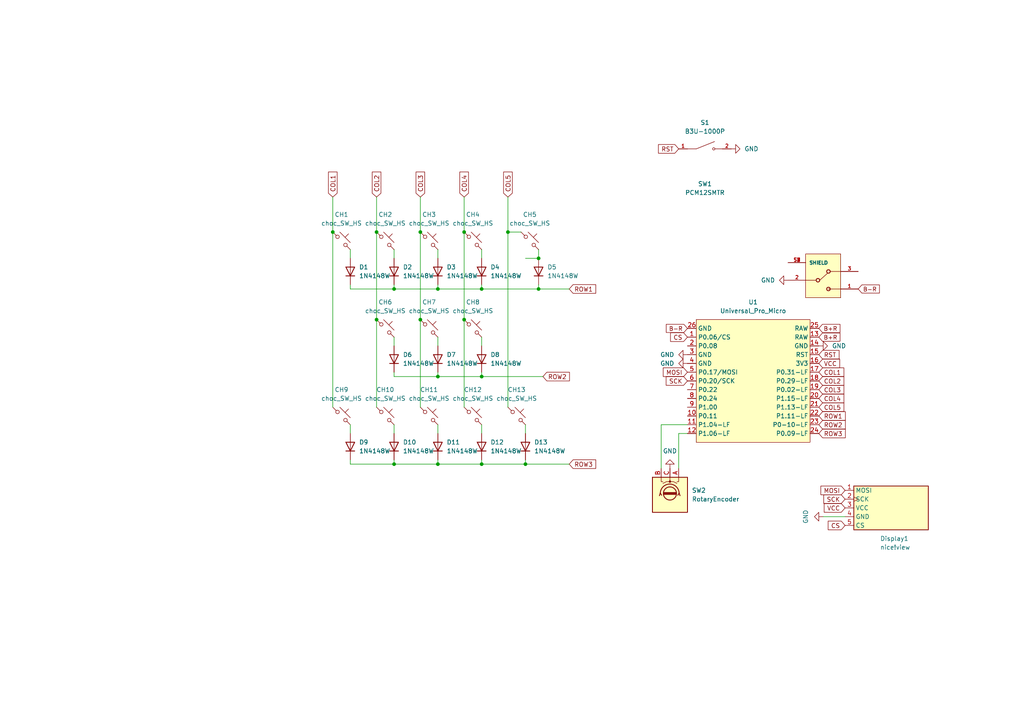
<source format=kicad_sch>
(kicad_sch
	(version 20231120)
	(generator "eeschema")
	(generator_version "8.0")
	(uuid "be608d01-fb99-4074-a6ad-b407691ed998")
	(paper "A4")
	(lib_symbols
		(symbol "ClaudeFoot:Universal_Pro_Micro_Footprint"
			(exclude_from_sim no)
			(in_bom no)
			(on_board yes)
			(property "Reference" "U"
				(at 0 22.86 0)
				(effects
					(font
						(size 1.27 1.27)
					)
				)
			)
			(property "Value" "Universal_Pro_Micro"
				(at 0 20.32 0)
				(effects
					(font
						(size 1.27 1.27)
					)
				)
			)
			(property "Footprint" "ClaudeFoot:Universal_Pro_Micro_Footprint"
				(at 0 -30.48 0)
				(effects
					(font
						(size 1.27 1.27)
					)
					(hide yes)
				)
			)
			(property "Datasheet" "https://nicekeyboards.com/docs/nice-nano/pinout-schematic"
				(at 1.27 -33.02 0)
				(effects
					(font
						(size 1.27 1.27)
					)
					(hide yes)
				)
			)
			(property "Description" "Symbol for an nicekeyboards nice!nano"
				(at 0 0 0)
				(effects
					(font
						(size 1.27 1.27)
					)
					(hide yes)
				)
			)
			(symbol "Universal_Pro_Micro_Footprint_0_0"
				(pin bidirectional line
					(at -19.05 -8.89 0)
					(length 2.54)
					(name "P0.11"
						(effects
							(font
								(size 1.27 1.27)
							)
						)
					)
					(number "10"
						(effects
							(font
								(size 1.27 1.27)
							)
						)
					)
				)
				(pin bidirectional line
					(at -19.05 -11.43 0)
					(length 2.54)
					(name "P1.04-LF"
						(effects
							(font
								(size 1.27 1.27)
							)
						)
					)
					(number "11"
						(effects
							(font
								(size 1.27 1.27)
							)
						)
					)
				)
				(pin bidirectional line
					(at -19.05 -13.97 0)
					(length 2.54)
					(name "P1.06-LF"
						(effects
							(font
								(size 1.27 1.27)
							)
						)
					)
					(number "12"
						(effects
							(font
								(size 1.27 1.27)
							)
						)
					)
				)
				(pin power_out line
					(at 19.05 11.43 180)
					(length 2.54)
					(name "GND"
						(effects
							(font
								(size 1.27 1.27)
							)
						)
					)
					(number "14"
						(effects
							(font
								(size 1.27 1.27)
							)
						)
					)
				)
				(pin bidirectional line
					(at 19.05 8.89 180)
					(length 2.54)
					(name "RST"
						(effects
							(font
								(size 1.27 1.27)
							)
						)
					)
					(number "15"
						(effects
							(font
								(size 1.27 1.27)
							)
						)
					)
				)
				(pin bidirectional line
					(at 19.05 3.81 180)
					(length 2.54)
					(name "P0.31-LF"
						(effects
							(font
								(size 1.27 1.27)
							)
						)
					)
					(number "17"
						(effects
							(font
								(size 1.27 1.27)
							)
						)
					)
				)
				(pin bidirectional line
					(at 19.05 1.27 180)
					(length 2.54)
					(name "P0.29-LF"
						(effects
							(font
								(size 1.27 1.27)
							)
						)
					)
					(number "18"
						(effects
							(font
								(size 1.27 1.27)
							)
						)
					)
				)
				(pin bidirectional line
					(at 19.05 -1.27 180)
					(length 2.54)
					(name "P0.02-LF"
						(effects
							(font
								(size 1.27 1.27)
							)
						)
					)
					(number "19"
						(effects
							(font
								(size 1.27 1.27)
							)
						)
					)
				)
				(pin bidirectional line
					(at -19.05 11.43 0)
					(length 2.54)
					(name "P0.08"
						(effects
							(font
								(size 1.27 1.27)
							)
						)
					)
					(number "2"
						(effects
							(font
								(size 1.27 1.27)
							)
						)
					)
				)
				(pin bidirectional line
					(at 19.05 -3.81 180)
					(length 2.54)
					(name "P1.15-LF"
						(effects
							(font
								(size 1.27 1.27)
							)
						)
					)
					(number "20"
						(effects
							(font
								(size 1.27 1.27)
							)
						)
					)
				)
				(pin bidirectional line
					(at 19.05 -6.35 180)
					(length 2.54)
					(name "P1.13-LF"
						(effects
							(font
								(size 1.27 1.27)
							)
						)
					)
					(number "21"
						(effects
							(font
								(size 1.27 1.27)
							)
						)
					)
				)
				(pin bidirectional line
					(at 19.05 -8.89 180)
					(length 2.54)
					(name "P1.11-LF"
						(effects
							(font
								(size 1.27 1.27)
							)
						)
					)
					(number "22"
						(effects
							(font
								(size 1.27 1.27)
							)
						)
					)
				)
				(pin bidirectional line
					(at 19.05 -11.43 180)
					(length 2.54)
					(name "P0-10-LF"
						(effects
							(font
								(size 1.27 1.27)
							)
						)
					)
					(number "23"
						(effects
							(font
								(size 1.27 1.27)
							)
						)
					)
				)
				(pin bidirectional line
					(at 19.05 -13.97 180)
					(length 2.54)
					(name "P0.09-LF"
						(effects
							(font
								(size 1.27 1.27)
							)
						)
					)
					(number "24"
						(effects
							(font
								(size 1.27 1.27)
							)
						)
					)
				)
				(pin power_out line
					(at -19.05 8.89 0)
					(length 2.54)
					(name "GND"
						(effects
							(font
								(size 1.27 1.27)
							)
						)
					)
					(number "3"
						(effects
							(font
								(size 1.27 1.27)
							)
						)
					)
				)
				(pin power_out line
					(at -19.05 6.35 0)
					(length 2.54)
					(name "GND"
						(effects
							(font
								(size 1.27 1.27)
							)
						)
					)
					(number "4"
						(effects
							(font
								(size 1.27 1.27)
							)
						)
					)
				)
				(pin bidirectional line
					(at -19.05 -1.27 0)
					(length 2.54)
					(name "P0.22"
						(effects
							(font
								(size 1.27 1.27)
							)
						)
					)
					(number "7"
						(effects
							(font
								(size 1.27 1.27)
							)
						)
					)
				)
				(pin bidirectional line
					(at -19.05 -3.81 0)
					(length 2.54)
					(name "P0.24"
						(effects
							(font
								(size 1.27 1.27)
							)
						)
					)
					(number "8"
						(effects
							(font
								(size 1.27 1.27)
							)
						)
					)
				)
				(pin bidirectional line
					(at -19.05 -6.35 0)
					(length 2.54)
					(name "P1.00"
						(effects
							(font
								(size 1.27 1.27)
							)
						)
					)
					(number "9"
						(effects
							(font
								(size 1.27 1.27)
							)
						)
					)
				)
			)
			(symbol "Universal_Pro_Micro_Footprint_1_0"
				(pin bidirectional line
					(at -19.05 13.97 0)
					(length 2.54)
					(name "P0.06/CS"
						(effects
							(font
								(size 1.27 1.27)
							)
						)
					)
					(number "1"
						(effects
							(font
								(size 1.27 1.27)
							)
						)
					)
				)
				(pin power_out line
					(at 19.05 13.97 180)
					(length 2.54)
					(name "RAW"
						(effects
							(font
								(size 1.27 1.27)
							)
						)
					)
					(number "13"
						(effects
							(font
								(size 1.27 1.27)
							)
						)
					)
				)
				(pin power_out line
					(at 19.05 6.35 180)
					(length 2.54)
					(name "3V3"
						(effects
							(font
								(size 1.27 1.27)
							)
						)
					)
					(number "16"
						(effects
							(font
								(size 1.27 1.27)
							)
						)
					)
				)
				(pin power_out line
					(at 19.05 16.51 180)
					(length 2.54)
					(name "RAW"
						(effects
							(font
								(size 1.27 1.27)
							)
						)
					)
					(number "25"
						(effects
							(font
								(size 1.27 1.27)
							)
						)
					)
				)
				(pin power_out line
					(at -19.05 16.51 0)
					(length 2.54)
					(name "GND"
						(effects
							(font
								(size 1.27 1.27)
							)
						)
					)
					(number "26"
						(effects
							(font
								(size 1.27 1.27)
							)
						)
					)
				)
				(pin bidirectional line
					(at -19.05 3.81 0)
					(length 2.54)
					(name "P0.17/MOSI"
						(effects
							(font
								(size 1.27 1.27)
							)
						)
					)
					(number "5"
						(effects
							(font
								(size 1.27 1.27)
							)
						)
					)
				)
				(pin bidirectional line
					(at -19.05 1.27 0)
					(length 2.54)
					(name "P0.20/SCK"
						(effects
							(font
								(size 1.27 1.27)
							)
						)
					)
					(number "6"
						(effects
							(font
								(size 1.27 1.27)
							)
						)
					)
				)
			)
			(symbol "Universal_Pro_Micro_Footprint_1_1"
				(rectangle
					(start -16.51 19.05)
					(end 16.51 -16.51)
					(stroke
						(width 0)
						(type default)
					)
					(fill
						(type background)
					)
				)
			)
		)
		(symbol "Device:RotaryEncoder"
			(pin_names
				(offset 0.254) hide)
			(exclude_from_sim no)
			(in_bom yes)
			(on_board yes)
			(property "Reference" "SW"
				(at 0 6.604 0)
				(effects
					(font
						(size 1.27 1.27)
					)
				)
			)
			(property "Value" "RotaryEncoder"
				(at 0 -6.604 0)
				(effects
					(font
						(size 1.27 1.27)
					)
				)
			)
			(property "Footprint" ""
				(at -3.81 4.064 0)
				(effects
					(font
						(size 1.27 1.27)
					)
					(hide yes)
				)
			)
			(property "Datasheet" "~"
				(at 0 6.604 0)
				(effects
					(font
						(size 1.27 1.27)
					)
					(hide yes)
				)
			)
			(property "Description" "Rotary encoder, dual channel, incremental quadrate outputs"
				(at 0 0 0)
				(effects
					(font
						(size 1.27 1.27)
					)
					(hide yes)
				)
			)
			(property "ki_keywords" "rotary switch encoder"
				(at 0 0 0)
				(effects
					(font
						(size 1.27 1.27)
					)
					(hide yes)
				)
			)
			(property "ki_fp_filters" "RotaryEncoder*"
				(at 0 0 0)
				(effects
					(font
						(size 1.27 1.27)
					)
					(hide yes)
				)
			)
			(symbol "RotaryEncoder_0_1"
				(rectangle
					(start -5.08 5.08)
					(end 5.08 -5.08)
					(stroke
						(width 0.254)
						(type default)
					)
					(fill
						(type background)
					)
				)
				(circle
					(center -3.81 0)
					(radius 0.254)
					(stroke
						(width 0)
						(type default)
					)
					(fill
						(type outline)
					)
				)
				(circle
					(center -0.381 0)
					(radius 1.905)
					(stroke
						(width 0.254)
						(type default)
					)
					(fill
						(type none)
					)
				)
				(arc
					(start -0.381 2.667)
					(mid -3.0988 -0.0635)
					(end -0.381 -2.794)
					(stroke
						(width 0.254)
						(type default)
					)
					(fill
						(type none)
					)
				)
				(polyline
					(pts
						(xy -0.635 -1.778) (xy -0.635 1.778)
					)
					(stroke
						(width 0.254)
						(type default)
					)
					(fill
						(type none)
					)
				)
				(polyline
					(pts
						(xy -0.381 -1.778) (xy -0.381 1.778)
					)
					(stroke
						(width 0.254)
						(type default)
					)
					(fill
						(type none)
					)
				)
				(polyline
					(pts
						(xy -0.127 1.778) (xy -0.127 -1.778)
					)
					(stroke
						(width 0.254)
						(type default)
					)
					(fill
						(type none)
					)
				)
				(polyline
					(pts
						(xy -5.08 -2.54) (xy -3.81 -2.54) (xy -3.81 -2.032)
					)
					(stroke
						(width 0)
						(type default)
					)
					(fill
						(type none)
					)
				)
				(polyline
					(pts
						(xy -5.08 2.54) (xy -3.81 2.54) (xy -3.81 2.032)
					)
					(stroke
						(width 0)
						(type default)
					)
					(fill
						(type none)
					)
				)
				(polyline
					(pts
						(xy 0.254 -3.048) (xy -0.508 -2.794) (xy 0.127 -2.413)
					)
					(stroke
						(width 0.254)
						(type default)
					)
					(fill
						(type none)
					)
				)
				(polyline
					(pts
						(xy 0.254 2.921) (xy -0.508 2.667) (xy 0.127 2.286)
					)
					(stroke
						(width 0.254)
						(type default)
					)
					(fill
						(type none)
					)
				)
				(polyline
					(pts
						(xy -5.08 0) (xy -3.81 0) (xy -3.81 -1.016) (xy -3.302 -2.032)
					)
					(stroke
						(width 0)
						(type default)
					)
					(fill
						(type none)
					)
				)
				(polyline
					(pts
						(xy -4.318 0) (xy -3.81 0) (xy -3.81 1.016) (xy -3.302 2.032)
					)
					(stroke
						(width 0)
						(type default)
					)
					(fill
						(type none)
					)
				)
			)
			(symbol "RotaryEncoder_1_1"
				(pin passive line
					(at -7.62 2.54 0)
					(length 2.54)
					(name "A"
						(effects
							(font
								(size 1.27 1.27)
							)
						)
					)
					(number "A"
						(effects
							(font
								(size 1.27 1.27)
							)
						)
					)
				)
				(pin passive line
					(at -7.62 -2.54 0)
					(length 2.54)
					(name "B"
						(effects
							(font
								(size 1.27 1.27)
							)
						)
					)
					(number "B"
						(effects
							(font
								(size 1.27 1.27)
							)
						)
					)
				)
				(pin passive line
					(at -7.62 0 0)
					(length 2.54)
					(name "C"
						(effects
							(font
								(size 1.27 1.27)
							)
						)
					)
					(number "C"
						(effects
							(font
								(size 1.27 1.27)
							)
						)
					)
				)
			)
		)
		(symbol "Diode:1N4148W"
			(pin_numbers hide)
			(pin_names hide)
			(exclude_from_sim no)
			(in_bom yes)
			(on_board yes)
			(property "Reference" "D"
				(at 0 2.54 0)
				(effects
					(font
						(size 1.27 1.27)
					)
				)
			)
			(property "Value" "1N4148W"
				(at 0 -2.54 0)
				(effects
					(font
						(size 1.27 1.27)
					)
				)
			)
			(property "Footprint" "Diode_SMD:D_SOD-123"
				(at 0 -4.445 0)
				(effects
					(font
						(size 1.27 1.27)
					)
					(hide yes)
				)
			)
			(property "Datasheet" "https://www.vishay.com/docs/85748/1n4148w.pdf"
				(at 0 0 0)
				(effects
					(font
						(size 1.27 1.27)
					)
					(hide yes)
				)
			)
			(property "Description" "75V 0.15A Fast Switching Diode, SOD-123"
				(at 0 0 0)
				(effects
					(font
						(size 1.27 1.27)
					)
					(hide yes)
				)
			)
			(property "Sim.Device" "D"
				(at 0 0 0)
				(effects
					(font
						(size 1.27 1.27)
					)
					(hide yes)
				)
			)
			(property "Sim.Pins" "1=K 2=A"
				(at 0 0 0)
				(effects
					(font
						(size 1.27 1.27)
					)
					(hide yes)
				)
			)
			(property "ki_keywords" "diode"
				(at 0 0 0)
				(effects
					(font
						(size 1.27 1.27)
					)
					(hide yes)
				)
			)
			(property "ki_fp_filters" "D*SOD?123*"
				(at 0 0 0)
				(effects
					(font
						(size 1.27 1.27)
					)
					(hide yes)
				)
			)
			(symbol "1N4148W_0_1"
				(polyline
					(pts
						(xy -1.27 1.27) (xy -1.27 -1.27)
					)
					(stroke
						(width 0.254)
						(type default)
					)
					(fill
						(type none)
					)
				)
				(polyline
					(pts
						(xy 1.27 0) (xy -1.27 0)
					)
					(stroke
						(width 0)
						(type default)
					)
					(fill
						(type none)
					)
				)
				(polyline
					(pts
						(xy 1.27 1.27) (xy 1.27 -1.27) (xy -1.27 0) (xy 1.27 1.27)
					)
					(stroke
						(width 0.254)
						(type default)
					)
					(fill
						(type none)
					)
				)
			)
			(symbol "1N4148W_1_1"
				(pin passive line
					(at -3.81 0 0)
					(length 2.54)
					(name "K"
						(effects
							(font
								(size 1.27 1.27)
							)
						)
					)
					(number "1"
						(effects
							(font
								(size 1.27 1.27)
							)
						)
					)
				)
				(pin passive line
					(at 3.81 0 180)
					(length 2.54)
					(name "A"
						(effects
							(font
								(size 1.27 1.27)
							)
						)
					)
					(number "2"
						(effects
							(font
								(size 1.27 1.27)
							)
						)
					)
				)
			)
		)
		(symbol "PCM_B3U-1000P:B3U-1000P"
			(pin_names
				(offset 1.016)
			)
			(exclude_from_sim no)
			(in_bom yes)
			(on_board yes)
			(property "Reference" "S"
				(at -2.54 2.54 0)
				(effects
					(font
						(size 1.27 1.27)
					)
					(justify left bottom)
				)
			)
			(property "Value" "B3U-1000P"
				(at -2.54 -2.54 0)
				(effects
					(font
						(size 1.27 1.27)
					)
					(justify left top)
				)
			)
			(property "Footprint" "SW_B3U-1000P"
				(at 0 0 0)
				(effects
					(font
						(size 1.27 1.27)
					)
					(justify bottom)
					(hide yes)
				)
			)
			(property "Datasheet" ""
				(at 0 0 0)
				(effects
					(font
						(size 1.27 1.27)
					)
					(hide yes)
				)
			)
			(property "Description" "Tactile Switch SPST-NO Top Actuated Surface Mount"
				(at 0 0 0)
				(effects
					(font
						(size 1.27 1.27)
					)
					(justify bottom)
					(hide yes)
				)
			)
			(property "MF" "Omron"
				(at 0 0 0)
				(effects
					(font
						(size 1.27 1.27)
					)
					(justify bottom)
					(hide yes)
				)
			)
			(property "PACKAGE" "None"
				(at 0 0 0)
				(effects
					(font
						(size 1.27 1.27)
					)
					(justify bottom)
					(hide yes)
				)
			)
			(property "PRICE" "None"
				(at 0 0 0)
				(effects
					(font
						(size 1.27 1.27)
					)
					(justify bottom)
					(hide yes)
				)
			)
			(property "MP" "B3U-1000P"
				(at 0 0 0)
				(effects
					(font
						(size 1.27 1.27)
					)
					(justify bottom)
					(hide yes)
				)
			)
			(property "AVAILABILITY" "Unavailable"
				(at 0 0 0)
				(effects
					(font
						(size 1.27 1.27)
					)
					(justify bottom)
					(hide yes)
				)
			)
			(symbol "B3U-1000P_0_0"
				(polyline
					(pts
						(xy -2.54 0) (xy -5.08 0)
					)
					(stroke
						(width 0.1524)
						(type default)
					)
					(fill
						(type none)
					)
				)
				(polyline
					(pts
						(xy -2.54 0) (xy 2.794 2.1336)
					)
					(stroke
						(width 0.1524)
						(type default)
					)
					(fill
						(type none)
					)
				)
				(polyline
					(pts
						(xy 5.08 0) (xy 2.921 0)
					)
					(stroke
						(width 0.1524)
						(type default)
					)
					(fill
						(type none)
					)
				)
				(circle
					(center 2.54 0)
					(radius 0.3302)
					(stroke
						(width 0.1524)
						(type default)
					)
					(fill
						(type none)
					)
				)
				(pin passive line
					(at -7.62 0 0)
					(length 2.54)
					(name "~"
						(effects
							(font
								(size 1.016 1.016)
							)
						)
					)
					(number "1"
						(effects
							(font
								(size 1.016 1.016)
							)
						)
					)
				)
				(pin passive line
					(at 7.62 0 180)
					(length 2.54)
					(name "~"
						(effects
							(font
								(size 1.016 1.016)
							)
						)
					)
					(number "2"
						(effects
							(font
								(size 1.016 1.016)
							)
						)
					)
				)
			)
		)
		(symbol "PCM_PCM12SMTR:PCM12SMTR"
			(pin_names
				(offset 1.016)
			)
			(exclude_from_sim no)
			(in_bom yes)
			(on_board yes)
			(property "Reference" "SW"
				(at -5.0844 5.3386 0)
				(effects
					(font
						(size 1.27 1.27)
					)
					(justify left bottom)
				)
			)
			(property "Value" "PCM12SMTR"
				(at -5.1814 -9.6619 0)
				(effects
					(font
						(size 1.27 1.27)
					)
					(justify left bottom)
				)
			)
			(property "Footprint" "SW_PCM12SMTR"
				(at 0 0 0)
				(effects
					(font
						(size 1.27 1.27)
					)
					(justify bottom)
					(hide yes)
				)
			)
			(property "Datasheet" ""
				(at 0 0 0)
				(effects
					(font
						(size 1.27 1.27)
					)
					(hide yes)
				)
			)
			(property "Description" ""
				(at 0 0 0)
				(effects
					(font
						(size 1.27 1.27)
					)
					(hide yes)
				)
			)
			(property "STANDARD" "Manufacturer Recommendation"
				(at 0 0 0)
				(effects
					(font
						(size 1.27 1.27)
					)
					(justify bottom)
					(hide yes)
				)
			)
			(property "MANUFACTURER" "C&K"
				(at 0 0 0)
				(effects
					(font
						(size 1.27 1.27)
					)
					(justify bottom)
					(hide yes)
				)
			)
			(symbol "PCM12SMTR_0_0"
				(rectangle
					(start -5.08 -7.62)
					(end 5.08 5.08)
					(stroke
						(width 0.1524)
						(type default)
					)
					(fill
						(type background)
					)
				)
				(circle
					(center -1.524 -2.54)
					(radius 0.508)
					(stroke
						(width 0.254)
						(type default)
					)
					(fill
						(type none)
					)
				)
				(circle
					(center -1.524 2.54)
					(radius 0.508)
					(stroke
						(width 0.254)
						(type default)
					)
					(fill
						(type none)
					)
				)
				(polyline
					(pts
						(xy -5.08 -2.54) (xy -2.032 -2.54)
					)
					(stroke
						(width 0.1524)
						(type default)
					)
					(fill
						(type none)
					)
				)
				(polyline
					(pts
						(xy -5.08 2.54) (xy -1.524 2.54)
					)
					(stroke
						(width 0.1524)
						(type default)
					)
					(fill
						(type none)
					)
				)
				(polyline
					(pts
						(xy 1.016 0) (xy -1.27 -2.032)
					)
					(stroke
						(width 0.1524)
						(type default)
					)
					(fill
						(type none)
					)
				)
				(polyline
					(pts
						(xy 2.032 0) (xy 5.08 0)
					)
					(stroke
						(width 0.1524)
						(type default)
					)
					(fill
						(type none)
					)
				)
				(circle
					(center 1.524 0)
					(radius 0.508)
					(stroke
						(width 0.254)
						(type default)
					)
					(fill
						(type none)
					)
				)
				(pin passive line
					(at -10.16 2.54 0)
					(length 5.08)
					(name "~"
						(effects
							(font
								(size 1.016 1.016)
							)
						)
					)
					(number "1"
						(effects
							(font
								(size 1.016 1.016)
							)
						)
					)
				)
				(pin passive line
					(at 10.16 0 180)
					(length 5.08)
					(name "~"
						(effects
							(font
								(size 1.016 1.016)
							)
						)
					)
					(number "2"
						(effects
							(font
								(size 1.016 1.016)
							)
						)
					)
				)
				(pin passive line
					(at -10.16 -2.54 0)
					(length 5.08)
					(name "~"
						(effects
							(font
								(size 1.016 1.016)
							)
						)
					)
					(number "3"
						(effects
							(font
								(size 1.016 1.016)
							)
						)
					)
				)
				(pin passive line
					(at 10.16 -5.08 180)
					(length 5.08)
					(name "SHIELD"
						(effects
							(font
								(size 1.016 1.016)
							)
						)
					)
					(number "S1"
						(effects
							(font
								(size 1.016 1.016)
							)
						)
					)
				)
				(pin passive line
					(at 10.16 -5.08 180)
					(length 5.08)
					(name "SHIELD"
						(effects
							(font
								(size 1.016 1.016)
							)
						)
					)
					(number "S2"
						(effects
							(font
								(size 1.016 1.016)
							)
						)
					)
				)
				(pin passive line
					(at 10.16 -5.08 180)
					(length 5.08)
					(name "SHIELD"
						(effects
							(font
								(size 1.016 1.016)
							)
						)
					)
					(number "S3"
						(effects
							(font
								(size 1.016 1.016)
							)
						)
					)
				)
				(pin passive line
					(at 10.16 -5.08 180)
					(length 5.08)
					(name "SHIELD"
						(effects
							(font
								(size 1.016 1.016)
							)
						)
					)
					(number "S4"
						(effects
							(font
								(size 1.016 1.016)
							)
						)
					)
				)
			)
		)
		(symbol "PCM_marbastlib-choc:choc_SW_HS"
			(pin_numbers hide)
			(pin_names
				(offset 1.016) hide)
			(exclude_from_sim no)
			(in_bom yes)
			(on_board yes)
			(property "Reference" "CH"
				(at 3.048 1.016 0)
				(effects
					(font
						(size 1.27 1.27)
					)
					(justify left)
				)
			)
			(property "Value" "choc_SW_HS"
				(at 0 -3.81 0)
				(effects
					(font
						(size 1.27 1.27)
					)
				)
			)
			(property "Footprint" "PCM_marbastlib-choc:SW_choc_v1_HS_1u"
				(at 0 0 0)
				(effects
					(font
						(size 1.27 1.27)
					)
					(hide yes)
				)
			)
			(property "Datasheet" "~"
				(at 0 0 0)
				(effects
					(font
						(size 1.27 1.27)
					)
					(hide yes)
				)
			)
			(property "Description" "Push button switch, normally open, two pins, 45° tilted"
				(at 0 0 0)
				(effects
					(font
						(size 1.27 1.27)
					)
					(hide yes)
				)
			)
			(property "ki_keywords" "switch normally-open pushbutton push-button"
				(at 0 0 0)
				(effects
					(font
						(size 1.27 1.27)
					)
					(hide yes)
				)
			)
			(symbol "choc_SW_HS_0_1"
				(circle
					(center -1.1684 1.1684)
					(radius 0.508)
					(stroke
						(width 0)
						(type default)
					)
					(fill
						(type none)
					)
				)
				(polyline
					(pts
						(xy -0.508 2.54) (xy 2.54 -0.508)
					)
					(stroke
						(width 0)
						(type default)
					)
					(fill
						(type none)
					)
				)
				(polyline
					(pts
						(xy 1.016 1.016) (xy 2.032 2.032)
					)
					(stroke
						(width 0)
						(type default)
					)
					(fill
						(type none)
					)
				)
				(polyline
					(pts
						(xy -2.54 2.54) (xy -1.524 1.524) (xy -1.524 1.524)
					)
					(stroke
						(width 0)
						(type default)
					)
					(fill
						(type none)
					)
				)
				(polyline
					(pts
						(xy 1.524 -1.524) (xy 2.54 -2.54) (xy 2.54 -2.54) (xy 2.54 -2.54)
					)
					(stroke
						(width 0)
						(type default)
					)
					(fill
						(type none)
					)
				)
				(circle
					(center 1.143 -1.1938)
					(radius 0.508)
					(stroke
						(width 0)
						(type default)
					)
					(fill
						(type none)
					)
				)
				(pin passive line
					(at -2.54 2.54 0)
					(length 0)
					(name "1"
						(effects
							(font
								(size 1.27 1.27)
							)
						)
					)
					(number "1"
						(effects
							(font
								(size 1.27 1.27)
							)
						)
					)
				)
				(pin passive line
					(at 2.54 -2.54 180)
					(length 0)
					(name "2"
						(effects
							(font
								(size 1.27 1.27)
							)
						)
					)
					(number "2"
						(effects
							(font
								(size 1.27 1.27)
							)
						)
					)
				)
			)
		)
		(symbol "PCM_nice_view:nice!view"
			(exclude_from_sim no)
			(in_bom yes)
			(on_board yes)
			(property "Reference" "Display"
				(at 0 12.7 0)
				(effects
					(font
						(size 1.27 1.27)
					)
					(justify bottom)
				)
			)
			(property "Value" "nice!view"
				(at 0 0 0)
				(effects
					(font
						(size 1.27 1.27)
					)
				)
			)
			(property "Footprint" "nice_view:nice_view"
				(at 0 16.51 0)
				(effects
					(font
						(size 1.27 1.27)
					)
					(hide yes)
				)
			)
			(property "Datasheet" "https://nicekeyboards.com/docs/nice-view/pinout-schematic"
				(at 2.54 -25.4 0)
				(effects
					(font
						(size 1.27 1.27)
					)
					(hide yes)
				)
			)
			(property "Description" "Sharp LS011B7DH03 Memory in Pixel 160x68"
				(at 0 0 0)
				(effects
					(font
						(size 1.27 1.27)
					)
					(hide yes)
				)
			)
			(property "ki_keywords" "display MIP 36x14"
				(at 0 0 0)
				(effects
					(font
						(size 1.27 1.27)
					)
					(hide yes)
				)
			)
			(property "ki_fp_filters" "nice*"
				(at 0 0 0)
				(effects
					(font
						(size 1.27 1.27)
					)
					(hide yes)
				)
			)
			(symbol "nice!view_0_1"
				(rectangle
					(start -6.35 11.43)
					(end 6.35 -10.16)
					(stroke
						(width 0.254)
						(type default)
					)
					(fill
						(type background)
					)
				)
			)
			(symbol "nice!view_1_1"
				(pin input line
					(at -5.08 -12.7 90)
					(length 2.54)
					(name "MOSI"
						(effects
							(font
								(size 1.27 1.27)
							)
						)
					)
					(number "1"
						(effects
							(font
								(size 1.27 1.27)
							)
						)
					)
				)
				(pin input clock
					(at -2.54 -12.7 90)
					(length 2.54)
					(name "SCK"
						(effects
							(font
								(size 1.27 1.27)
							)
						)
					)
					(number "2"
						(effects
							(font
								(size 1.27 1.27)
							)
						)
					)
				)
				(pin power_in line
					(at 0 -12.7 90)
					(length 2.54)
					(name "VCC"
						(effects
							(font
								(size 1.27 1.27)
							)
						)
					)
					(number "3"
						(effects
							(font
								(size 1.27 1.27)
							)
						)
					)
				)
				(pin power_out line
					(at 2.54 -12.7 90)
					(length 2.54)
					(name "GND"
						(effects
							(font
								(size 1.27 1.27)
							)
						)
					)
					(number "4"
						(effects
							(font
								(size 1.27 1.27)
							)
						)
					)
				)
				(pin passive line
					(at 5.08 -12.7 90)
					(length 2.54)
					(name "CS"
						(effects
							(font
								(size 1.27 1.27)
							)
						)
					)
					(number "5"
						(effects
							(font
								(size 1.27 1.27)
							)
						)
					)
				)
			)
		)
		(symbol "power:GND"
			(power)
			(pin_names
				(offset 0)
			)
			(exclude_from_sim no)
			(in_bom yes)
			(on_board yes)
			(property "Reference" "#PWR"
				(at 0 -6.35 0)
				(effects
					(font
						(size 1.27 1.27)
					)
					(hide yes)
				)
			)
			(property "Value" "GND"
				(at 0 -3.81 0)
				(effects
					(font
						(size 1.27 1.27)
					)
				)
			)
			(property "Footprint" ""
				(at 0 0 0)
				(effects
					(font
						(size 1.27 1.27)
					)
					(hide yes)
				)
			)
			(property "Datasheet" ""
				(at 0 0 0)
				(effects
					(font
						(size 1.27 1.27)
					)
					(hide yes)
				)
			)
			(property "Description" "Power symbol creates a global label with name \"GND\" , ground"
				(at 0 0 0)
				(effects
					(font
						(size 1.27 1.27)
					)
					(hide yes)
				)
			)
			(property "ki_keywords" "global power"
				(at 0 0 0)
				(effects
					(font
						(size 1.27 1.27)
					)
					(hide yes)
				)
			)
			(symbol "GND_0_1"
				(polyline
					(pts
						(xy 0 0) (xy 0 -1.27) (xy 1.27 -1.27) (xy 0 -2.54) (xy -1.27 -1.27) (xy 0 -1.27)
					)
					(stroke
						(width 0)
						(type default)
					)
					(fill
						(type none)
					)
				)
			)
			(symbol "GND_1_1"
				(pin power_in line
					(at 0 0 270)
					(length 0) hide
					(name "GND"
						(effects
							(font
								(size 1.27 1.27)
							)
						)
					)
					(number "1"
						(effects
							(font
								(size 1.27 1.27)
							)
						)
					)
				)
			)
		)
	)
	(junction
		(at 96.52 67.31)
		(diameter 0)
		(color 0 0 0 0)
		(uuid "00613daf-e302-4f98-8fe1-18351d2d2e18")
	)
	(junction
		(at 109.22 92.71)
		(diameter 0)
		(color 0 0 0 0)
		(uuid "0556d38b-033b-4576-b209-42dadff974f1")
	)
	(junction
		(at 114.3 134.62)
		(diameter 0)
		(color 0 0 0 0)
		(uuid "0b3658f6-dc90-42d4-902d-aa757fb7909e")
	)
	(junction
		(at 139.7 83.82)
		(diameter 0)
		(color 0 0 0 0)
		(uuid "163b0e45-fffe-4933-b6cc-626d445cae40")
	)
	(junction
		(at 152.4 134.62)
		(diameter 0)
		(color 0 0 0 0)
		(uuid "24033793-d252-4e8d-aa10-81c0c3a4de00")
	)
	(junction
		(at 134.62 92.71)
		(diameter 0)
		(color 0 0 0 0)
		(uuid "329548e6-6715-4910-b4f5-2993f6cc8c0e")
	)
	(junction
		(at 127 109.22)
		(diameter 0)
		(color 0 0 0 0)
		(uuid "33426598-87ee-4d9a-aa1d-6d5a6b7ed475")
	)
	(junction
		(at 139.7 134.62)
		(diameter 0)
		(color 0 0 0 0)
		(uuid "35438997-08fa-4095-ad89-b379c2016e4e")
	)
	(junction
		(at 127 134.62)
		(diameter 0)
		(color 0 0 0 0)
		(uuid "3b8d79b5-3451-402e-8596-8b58ba9de22d")
	)
	(junction
		(at 121.92 67.31)
		(diameter 0)
		(color 0 0 0 0)
		(uuid "4da3366a-23c5-4bd0-ab2b-9f833f79b1c4")
	)
	(junction
		(at 127 83.82)
		(diameter 0)
		(color 0 0 0 0)
		(uuid "656d7e16-877c-474e-b44f-61ff7c0faf01")
	)
	(junction
		(at 114.3 83.82)
		(diameter 0)
		(color 0 0 0 0)
		(uuid "ab2dda82-b498-4e26-a53b-14f3aeec8040")
	)
	(junction
		(at 156.21 74.93)
		(diameter 0)
		(color 0 0 0 0)
		(uuid "acfd7e50-5b32-4728-9d6d-1bb1c37c46bc")
	)
	(junction
		(at 134.62 67.31)
		(diameter 0)
		(color 0 0 0 0)
		(uuid "bee7799d-e016-46a3-8ee8-5206128c6a32")
	)
	(junction
		(at 139.7 109.22)
		(diameter 0)
		(color 0 0 0 0)
		(uuid "c970a8d5-bb67-4a18-b645-2c7c5e8104f7")
	)
	(junction
		(at 121.92 92.71)
		(diameter 0)
		(color 0 0 0 0)
		(uuid "eb427bb9-1315-4232-a16a-7b0b97aa78b0")
	)
	(junction
		(at 109.22 67.31)
		(diameter 0)
		(color 0 0 0 0)
		(uuid "ed3020a5-ce2e-4fbe-956c-5f3c9c00d6de")
	)
	(junction
		(at 156.21 83.82)
		(diameter 0)
		(color 0 0 0 0)
		(uuid "f4c1d95f-a798-4fc7-88e5-1561a6582c30")
	)
	(junction
		(at 147.32 67.31)
		(diameter 0)
		(color 0 0 0 0)
		(uuid "f77ad35b-dd7e-4bab-892f-5fc00462ac6e")
	)
	(wire
		(pts
			(xy 109.22 67.31) (xy 109.22 92.71)
		)
		(stroke
			(width 0)
			(type default)
		)
		(uuid "00b405a1-0bc1-427f-89d3-7479c592ff4a")
	)
	(wire
		(pts
			(xy 114.3 72.39) (xy 114.3 74.93)
		)
		(stroke
			(width 0)
			(type default)
		)
		(uuid "05b742c9-44e7-4478-b515-4536241b4187")
	)
	(wire
		(pts
			(xy 139.7 123.19) (xy 139.7 125.73)
		)
		(stroke
			(width 0)
			(type default)
		)
		(uuid "0fb86fa6-99f3-44a4-a7cc-28ce6efe2d72")
	)
	(wire
		(pts
			(xy 114.3 83.82) (xy 127 83.82)
		)
		(stroke
			(width 0)
			(type default)
		)
		(uuid "120c1764-bb8e-4035-8d19-c4b6ff393586")
	)
	(wire
		(pts
			(xy 127 109.22) (xy 139.7 109.22)
		)
		(stroke
			(width 0)
			(type default)
		)
		(uuid "143a53a4-d79f-4da0-a78b-2a1e571e243f")
	)
	(wire
		(pts
			(xy 196.85 125.73) (xy 196.85 135.89)
		)
		(stroke
			(width 0)
			(type default)
		)
		(uuid "193b5672-be22-4f93-a717-897fabf78afd")
	)
	(wire
		(pts
			(xy 156.21 72.39) (xy 156.21 74.93)
		)
		(stroke
			(width 0)
			(type default)
		)
		(uuid "1be06aa2-1452-4667-8ea7-4f16e1c2f127")
	)
	(wire
		(pts
			(xy 156.21 82.55) (xy 156.21 83.82)
		)
		(stroke
			(width 0)
			(type default)
		)
		(uuid "1e60c5fc-d251-471a-9ff5-735545232f90")
	)
	(wire
		(pts
			(xy 139.7 134.62) (xy 152.4 134.62)
		)
		(stroke
			(width 0)
			(type default)
		)
		(uuid "1f845296-af37-4cd5-a4f4-3d6e181b8fa4")
	)
	(wire
		(pts
			(xy 127 123.19) (xy 127 125.73)
		)
		(stroke
			(width 0)
			(type default)
		)
		(uuid "235adaa3-5565-4313-8fdf-9617e1a8e8d3")
	)
	(wire
		(pts
			(xy 109.22 57.15) (xy 109.22 67.31)
		)
		(stroke
			(width 0)
			(type default)
		)
		(uuid "2b4f1404-c9f4-4439-8e65-629afbab2c58")
	)
	(wire
		(pts
			(xy 127 82.55) (xy 127 83.82)
		)
		(stroke
			(width 0)
			(type default)
		)
		(uuid "2e5aec27-f35d-4b84-ba74-21c43535b2c2")
	)
	(wire
		(pts
			(xy 114.3 133.35) (xy 114.3 134.62)
		)
		(stroke
			(width 0)
			(type default)
		)
		(uuid "2e79c366-7090-4238-8648-94ac99188388")
	)
	(wire
		(pts
			(xy 127 72.39) (xy 127 74.93)
		)
		(stroke
			(width 0)
			(type default)
		)
		(uuid "30a07a13-2dad-4064-8fdf-30c489727d0c")
	)
	(wire
		(pts
			(xy 127 83.82) (xy 139.7 83.82)
		)
		(stroke
			(width 0)
			(type default)
		)
		(uuid "3a32013b-b829-428c-8468-37d2a2ce3eeb")
	)
	(wire
		(pts
			(xy 114.3 134.62) (xy 127 134.62)
		)
		(stroke
			(width 0)
			(type default)
		)
		(uuid "3a64d9b5-4323-4c3a-8b6a-6f190c12e94b")
	)
	(wire
		(pts
			(xy 101.6 123.19) (xy 101.6 125.73)
		)
		(stroke
			(width 0)
			(type default)
		)
		(uuid "3bf8eef1-4628-429f-8cbf-437f66ec9b33")
	)
	(wire
		(pts
			(xy 147.32 57.15) (xy 147.32 67.31)
		)
		(stroke
			(width 0)
			(type default)
		)
		(uuid "3d5ce2bc-99be-44aa-bf27-209b631cec20")
	)
	(wire
		(pts
			(xy 114.3 82.55) (xy 114.3 83.82)
		)
		(stroke
			(width 0)
			(type default)
		)
		(uuid "402f72ec-90a8-4b70-9777-eda6142de737")
	)
	(wire
		(pts
			(xy 196.85 125.73) (xy 199.39 125.73)
		)
		(stroke
			(width 0)
			(type default)
		)
		(uuid "4ea79d3c-ece8-4e9e-935f-496784e5bfc4")
	)
	(wire
		(pts
			(xy 114.3 109.22) (xy 127 109.22)
		)
		(stroke
			(width 0)
			(type default)
		)
		(uuid "55de8c50-e967-461b-ae9a-db908d867cb6")
	)
	(wire
		(pts
			(xy 139.7 109.22) (xy 157.48 109.22)
		)
		(stroke
			(width 0)
			(type default)
		)
		(uuid "5c6fdabc-1a66-4558-b88a-dca78cce8727")
	)
	(wire
		(pts
			(xy 114.3 123.19) (xy 114.3 125.73)
		)
		(stroke
			(width 0)
			(type default)
		)
		(uuid "612e0e24-93d7-44db-a733-4bc31b541fa7")
	)
	(wire
		(pts
			(xy 127 133.35) (xy 127 134.62)
		)
		(stroke
			(width 0)
			(type default)
		)
		(uuid "6395ac7e-8162-4003-908e-4e0fa847cfd6")
	)
	(wire
		(pts
			(xy 96.52 67.31) (xy 96.52 118.11)
		)
		(stroke
			(width 0)
			(type default)
		)
		(uuid "6b59c9fd-d252-45f9-a628-178a293c73b0")
	)
	(wire
		(pts
			(xy 121.92 92.71) (xy 121.92 118.11)
		)
		(stroke
			(width 0)
			(type default)
		)
		(uuid "841027f5-75dc-452f-b84b-4639e9299067")
	)
	(wire
		(pts
			(xy 121.92 67.31) (xy 121.92 92.71)
		)
		(stroke
			(width 0)
			(type default)
		)
		(uuid "88702e02-ab76-4829-9e67-961530739593")
	)
	(wire
		(pts
			(xy 134.62 67.31) (xy 134.62 92.71)
		)
		(stroke
			(width 0)
			(type default)
		)
		(uuid "8ca7514d-c5ae-4785-a2fa-d155900bd0fb")
	)
	(wire
		(pts
			(xy 139.7 133.35) (xy 139.7 134.62)
		)
		(stroke
			(width 0)
			(type default)
		)
		(uuid "91ae9875-a561-48ca-b4cf-4199baf961cb")
	)
	(wire
		(pts
			(xy 101.6 83.82) (xy 114.3 83.82)
		)
		(stroke
			(width 0)
			(type default)
		)
		(uuid "951bcb68-83b4-4254-bd32-ddfc130037cc")
	)
	(wire
		(pts
			(xy 134.62 57.15) (xy 134.62 67.31)
		)
		(stroke
			(width 0)
			(type default)
		)
		(uuid "97061b47-9b4f-4a92-8cfa-23a96fd871ae")
	)
	(wire
		(pts
			(xy 238.76 149.86) (xy 245.11 149.86)
		)
		(stroke
			(width 0)
			(type default)
		)
		(uuid "98f7178f-b3e0-4b7c-889d-1e1c766e4528")
	)
	(wire
		(pts
			(xy 114.3 97.79) (xy 114.3 100.33)
		)
		(stroke
			(width 0)
			(type default)
		)
		(uuid "9b54f9b3-0524-479d-9383-c8f6e2f9adfd")
	)
	(wire
		(pts
			(xy 121.92 57.15) (xy 121.92 67.31)
		)
		(stroke
			(width 0)
			(type default)
		)
		(uuid "9bb2b13a-8e29-4c84-8ad0-c6a0aa1eada1")
	)
	(wire
		(pts
			(xy 134.62 92.71) (xy 134.62 118.11)
		)
		(stroke
			(width 0)
			(type default)
		)
		(uuid "9ecd9bc8-d1c5-446a-b92e-721ef2740cf2")
	)
	(wire
		(pts
			(xy 147.32 67.31) (xy 147.32 118.11)
		)
		(stroke
			(width 0)
			(type default)
		)
		(uuid "ac426b7d-da4c-48b7-a7c3-c4d9c5e4bf6d")
	)
	(wire
		(pts
			(xy 139.7 72.39) (xy 139.7 74.93)
		)
		(stroke
			(width 0)
			(type default)
		)
		(uuid "b061b4f9-a634-4828-bd41-0213e8388ab9")
	)
	(wire
		(pts
			(xy 109.22 92.71) (xy 109.22 118.11)
		)
		(stroke
			(width 0)
			(type default)
		)
		(uuid "b48abba9-dc1d-4f5c-9cdb-20f9bb83e61a")
	)
	(wire
		(pts
			(xy 101.6 133.35) (xy 101.6 134.62)
		)
		(stroke
			(width 0)
			(type default)
		)
		(uuid "be630b41-d05c-47b8-b61c-052306368717")
	)
	(wire
		(pts
			(xy 127 107.95) (xy 127 109.22)
		)
		(stroke
			(width 0)
			(type default)
		)
		(uuid "bfa34099-4bd4-470f-a4c8-8425dc552379")
	)
	(wire
		(pts
			(xy 139.7 97.79) (xy 139.7 100.33)
		)
		(stroke
			(width 0)
			(type default)
		)
		(uuid "c15db2fb-3301-4965-8adf-04f53dcd642c")
	)
	(wire
		(pts
			(xy 156.21 83.82) (xy 165.1 83.82)
		)
		(stroke
			(width 0)
			(type default)
		)
		(uuid "c3f0fc80-acb8-4f2b-9887-4f5262353104")
	)
	(wire
		(pts
			(xy 191.77 135.89) (xy 191.77 123.19)
		)
		(stroke
			(width 0)
			(type default)
		)
		(uuid "c4442bea-8be1-43d4-ab21-eb28a19e0bb0")
	)
	(wire
		(pts
			(xy 191.77 123.19) (xy 199.39 123.19)
		)
		(stroke
			(width 0)
			(type default)
		)
		(uuid "c778a657-ee71-4514-a1a4-6aa3fd367d04")
	)
	(wire
		(pts
			(xy 101.6 134.62) (xy 114.3 134.62)
		)
		(stroke
			(width 0)
			(type default)
		)
		(uuid "cad6934a-2de1-4304-b888-ffa9da8dd370")
	)
	(wire
		(pts
			(xy 152.4 123.19) (xy 152.4 125.73)
		)
		(stroke
			(width 0)
			(type default)
		)
		(uuid "cf6635e0-6148-431d-bd26-d0bee91a8ae4")
	)
	(wire
		(pts
			(xy 151.13 67.31) (xy 147.32 67.31)
		)
		(stroke
			(width 0)
			(type default)
		)
		(uuid "dbae6085-0082-4930-b923-ad73b6d682f6")
	)
	(wire
		(pts
			(xy 96.52 57.15) (xy 96.52 67.31)
		)
		(stroke
			(width 0)
			(type default)
		)
		(uuid "dbd68d68-42f8-4040-9f72-854b049344af")
	)
	(wire
		(pts
			(xy 139.7 82.55) (xy 139.7 83.82)
		)
		(stroke
			(width 0)
			(type default)
		)
		(uuid "e5fe1e3b-daff-4834-8e6f-19ca44a0560b")
	)
	(wire
		(pts
			(xy 139.7 107.95) (xy 139.7 109.22)
		)
		(stroke
			(width 0)
			(type default)
		)
		(uuid "e70dfebf-1111-4fd1-87c1-5b62940b86d1")
	)
	(wire
		(pts
			(xy 127 134.62) (xy 139.7 134.62)
		)
		(stroke
			(width 0)
			(type default)
		)
		(uuid "ef464d3f-6832-46e2-ad6d-4322c36936d3")
	)
	(wire
		(pts
			(xy 152.4 74.93) (xy 156.21 74.93)
		)
		(stroke
			(width 0)
			(type default)
		)
		(uuid "f160b156-c888-43ae-a54d-29e2cb74a4f4")
	)
	(wire
		(pts
			(xy 114.3 107.95) (xy 114.3 109.22)
		)
		(stroke
			(width 0)
			(type default)
		)
		(uuid "f25ccda5-265b-4c43-be5f-c8bc78316b0d")
	)
	(wire
		(pts
			(xy 152.4 134.62) (xy 165.1 134.62)
		)
		(stroke
			(width 0)
			(type default)
		)
		(uuid "f3377d7f-d879-457f-a9c1-6e41a89cdf9a")
	)
	(wire
		(pts
			(xy 139.7 83.82) (xy 156.21 83.82)
		)
		(stroke
			(width 0)
			(type default)
		)
		(uuid "f3c9e223-6722-4a9e-befb-76d5d37e4d9a")
	)
	(wire
		(pts
			(xy 101.6 82.55) (xy 101.6 83.82)
		)
		(stroke
			(width 0)
			(type default)
		)
		(uuid "f4f61e1f-b7a6-400c-84ef-b51ba972b858")
	)
	(wire
		(pts
			(xy 101.6 72.39) (xy 101.6 74.93)
		)
		(stroke
			(width 0)
			(type default)
		)
		(uuid "f5b842e6-e4fa-4cae-8f81-d8f3227c3cd6")
	)
	(wire
		(pts
			(xy 152.4 133.35) (xy 152.4 134.62)
		)
		(stroke
			(width 0)
			(type default)
		)
		(uuid "f68e61a8-8db3-4e90-a522-51d280ad1749")
	)
	(wire
		(pts
			(xy 127 97.79) (xy 127 100.33)
		)
		(stroke
			(width 0)
			(type default)
		)
		(uuid "ff7a3a40-43a3-4c78-9347-652907f24072")
	)
	(global_label "CS"
		(shape input)
		(at 245.11 152.4 180)
		(fields_autoplaced yes)
		(effects
			(font
				(size 1.27 1.27)
			)
			(justify right)
		)
		(uuid "0b2f8a63-3025-4c41-84de-fb66c8e6b481")
		(property "Intersheetrefs" "${INTERSHEET_REFS}"
			(at 239.7247 152.4 0)
			(effects
				(font
					(size 1.27 1.27)
				)
				(justify right)
				(hide yes)
			)
		)
	)
	(global_label "SCK"
		(shape input)
		(at 199.39 110.49 180)
		(fields_autoplaced yes)
		(effects
			(font
				(size 1.27 1.27)
			)
			(justify right)
		)
		(uuid "0c06611d-d1f9-4c86-9d0c-4f53fbd42a59")
		(property "Intersheetrefs" "${INTERSHEET_REFS}"
			(at 192.6553 110.49 0)
			(effects
				(font
					(size 1.27 1.27)
				)
				(justify right)
				(hide yes)
			)
		)
	)
	(global_label "RST"
		(shape input)
		(at 196.85 43.18 180)
		(fields_autoplaced yes)
		(effects
			(font
				(size 1.27 1.27)
			)
			(justify right)
		)
		(uuid "0c845aae-396a-4e34-ae56-c10089b0b064")
		(property "Intersheetrefs" "${INTERSHEET_REFS}"
			(at 190.4971 43.18 0)
			(effects
				(font
					(size 1.27 1.27)
				)
				(justify right)
				(hide yes)
			)
		)
	)
	(global_label "MOSI"
		(shape input)
		(at 199.39 107.95 180)
		(fields_autoplaced yes)
		(effects
			(font
				(size 1.27 1.27)
			)
			(justify right)
		)
		(uuid "124c37d4-79f4-462c-bdf6-32dfb2f6cf86")
		(property "Intersheetrefs" "${INTERSHEET_REFS}"
			(at 191.8086 107.95 0)
			(effects
				(font
					(size 1.27 1.27)
				)
				(justify right)
				(hide yes)
			)
		)
	)
	(global_label "COL3"
		(shape input)
		(at 121.92 57.15 90)
		(fields_autoplaced yes)
		(effects
			(font
				(size 1.27 1.27)
			)
			(justify left)
		)
		(uuid "143022a5-3021-4e20-8b66-20877129a797")
		(property "Intersheetrefs" "${INTERSHEET_REFS}"
			(at 121.92 49.4061 90)
			(effects
				(font
					(size 1.27 1.27)
				)
				(justify left)
				(hide yes)
			)
		)
	)
	(global_label "COL1"
		(shape input)
		(at 96.52 57.15 90)
		(fields_autoplaced yes)
		(effects
			(font
				(size 1.27 1.27)
			)
			(justify left)
		)
		(uuid "15880a20-0495-486e-bdb7-3137ec1eb732")
		(property "Intersheetrefs" "${INTERSHEET_REFS}"
			(at 96.52 49.4061 90)
			(effects
				(font
					(size 1.27 1.27)
				)
				(justify left)
				(hide yes)
			)
		)
	)
	(global_label "B-R"
		(shape input)
		(at 199.39 95.25 180)
		(fields_autoplaced yes)
		(effects
			(font
				(size 1.1938 1.1938)
			)
			(justify right)
		)
		(uuid "1c48b47c-f1d1-4f51-a882-f7dd4193bb5c")
		(property "Intersheetrefs" "${INTERSHEET_REFS}"
			(at 192.7187 95.25 0)
			(effects
				(font
					(size 1.27 1.27)
				)
				(justify right)
				(hide yes)
			)
		)
	)
	(global_label "ROW2"
		(shape input)
		(at 237.49 123.19 0)
		(fields_autoplaced yes)
		(effects
			(font
				(size 1.27 1.27)
			)
			(justify left)
		)
		(uuid "2e4596a9-9586-484b-b5db-7066f1a5ea7c")
		(property "Intersheetrefs" "${INTERSHEET_REFS}"
			(at 245.7366 123.19 0)
			(effects
				(font
					(size 1.27 1.27)
				)
				(justify left)
				(hide yes)
			)
		)
	)
	(global_label "ROW3"
		(shape input)
		(at 165.1 134.62 0)
		(fields_autoplaced yes)
		(effects
			(font
				(size 1.27 1.27)
			)
			(justify left)
		)
		(uuid "33d753d1-0e4a-430b-97a5-d199302101df")
		(property "Intersheetrefs" "${INTERSHEET_REFS}"
			(at 173.2672 134.62 0)
			(effects
				(font
					(size 1.27 1.27)
				)
				(justify left)
				(hide yes)
			)
		)
	)
	(global_label "COL2"
		(shape input)
		(at 237.49 110.49 0)
		(fields_autoplaced yes)
		(effects
			(font
				(size 1.27 1.27)
			)
			(justify left)
		)
		(uuid "60a18593-d083-4032-b4b4-10ee6f043714")
		(property "Intersheetrefs" "${INTERSHEET_REFS}"
			(at 245.3133 110.49 0)
			(effects
				(font
					(size 1.27 1.27)
				)
				(justify left)
				(hide yes)
			)
		)
	)
	(global_label "COL5"
		(shape input)
		(at 237.49 118.11 0)
		(fields_autoplaced yes)
		(effects
			(font
				(size 1.27 1.27)
			)
			(justify left)
		)
		(uuid "62b434f1-fe79-4964-8439-f0bf8eb19817")
		(property "Intersheetrefs" "${INTERSHEET_REFS}"
			(at 245.3133 118.11 0)
			(effects
				(font
					(size 1.27 1.27)
				)
				(justify left)
				(hide yes)
			)
		)
	)
	(global_label "COL4"
		(shape input)
		(at 134.62 57.15 90)
		(fields_autoplaced yes)
		(effects
			(font
				(size 1.27 1.27)
			)
			(justify left)
		)
		(uuid "6a8bf42b-594e-4279-a6f1-9cb2d8b38015")
		(property "Intersheetrefs" "${INTERSHEET_REFS}"
			(at 134.62 49.4061 90)
			(effects
				(font
					(size 1.27 1.27)
				)
				(justify left)
				(hide yes)
			)
		)
	)
	(global_label "B+R"
		(shape input)
		(at 237.49 97.79 0)
		(fields_autoplaced yes)
		(effects
			(font
				(size 1.1938 1.1938)
			)
			(justify left)
		)
		(uuid "7232250e-3204-4325-8362-289996633deb")
		(property "Intersheetrefs" "${INTERSHEET_REFS}"
			(at 244.1613 97.79 0)
			(effects
				(font
					(size 1.27 1.27)
				)
				(justify left)
				(hide yes)
			)
		)
	)
	(global_label "COL1"
		(shape input)
		(at 237.49 107.95 0)
		(fields_autoplaced yes)
		(effects
			(font
				(size 1.27 1.27)
			)
			(justify left)
		)
		(uuid "7bf1a83b-231f-485b-aa3a-09dc4c40251c")
		(property "Intersheetrefs" "${INTERSHEET_REFS}"
			(at 245.3133 107.95 0)
			(effects
				(font
					(size 1.27 1.27)
				)
				(justify left)
				(hide yes)
			)
		)
	)
	(global_label "ROW3"
		(shape input)
		(at 237.49 125.73 0)
		(fields_autoplaced yes)
		(effects
			(font
				(size 1.27 1.27)
			)
			(justify left)
		)
		(uuid "8da97637-636e-455e-8922-6f8625f676fc")
		(property "Intersheetrefs" "${INTERSHEET_REFS}"
			(at 245.7366 125.73 0)
			(effects
				(font
					(size 1.27 1.27)
				)
				(justify left)
				(hide yes)
			)
		)
	)
	(global_label "CS"
		(shape input)
		(at 199.39 97.79 180)
		(fields_autoplaced yes)
		(effects
			(font
				(size 1.27 1.27)
			)
			(justify right)
		)
		(uuid "8ecc4e17-f158-4978-9bf8-ec6e618a4e57")
		(property "Intersheetrefs" "${INTERSHEET_REFS}"
			(at 193.9253 97.79 0)
			(effects
				(font
					(size 1.27 1.27)
				)
				(justify right)
				(hide yes)
			)
		)
	)
	(global_label "ROW2"
		(shape input)
		(at 157.48 109.22 0)
		(fields_autoplaced yes)
		(effects
			(font
				(size 1.27 1.27)
			)
			(justify left)
		)
		(uuid "921bdb03-d1e4-48ed-a350-d4cfb1a1ca0b")
		(property "Intersheetrefs" "${INTERSHEET_REFS}"
			(at 165.6472 109.22 0)
			(effects
				(font
					(size 1.27 1.27)
				)
				(justify left)
				(hide yes)
			)
		)
	)
	(global_label "COL3"
		(shape input)
		(at 237.49 113.03 0)
		(fields_autoplaced yes)
		(effects
			(font
				(size 1.27 1.27)
			)
			(justify left)
		)
		(uuid "a1b7de1c-3da5-4d46-aad6-e7785d2d3510")
		(property "Intersheetrefs" "${INTERSHEET_REFS}"
			(at 245.3133 113.03 0)
			(effects
				(font
					(size 1.27 1.27)
				)
				(justify left)
				(hide yes)
			)
		)
	)
	(global_label "ROW1"
		(shape input)
		(at 165.1 83.82 0)
		(fields_autoplaced yes)
		(effects
			(font
				(size 1.27 1.27)
			)
			(justify left)
		)
		(uuid "a57bd4ba-6520-49e0-a176-c8a1455a6e5d")
		(property "Intersheetrefs" "${INTERSHEET_REFS}"
			(at 173.2672 83.82 0)
			(effects
				(font
					(size 1.27 1.27)
				)
				(justify left)
				(hide yes)
			)
		)
	)
	(global_label "COL4"
		(shape input)
		(at 237.49 115.57 0)
		(fields_autoplaced yes)
		(effects
			(font
				(size 1.27 1.27)
			)
			(justify left)
		)
		(uuid "b934ff7b-2399-4835-851b-f284aefd57cf")
		(property "Intersheetrefs" "${INTERSHEET_REFS}"
			(at 245.3133 115.57 0)
			(effects
				(font
					(size 1.27 1.27)
				)
				(justify left)
				(hide yes)
			)
		)
	)
	(global_label "VCC"
		(shape input)
		(at 245.11 147.32 180)
		(fields_autoplaced yes)
		(effects
			(font
				(size 1.27 1.27)
			)
			(justify right)
		)
		(uuid "bac70e47-0566-4e71-bcfd-008e4a4fcc50")
		(property "Intersheetrefs" "${INTERSHEET_REFS}"
			(at 238.5756 147.32 0)
			(effects
				(font
					(size 1.27 1.27)
				)
				(justify right)
				(hide yes)
			)
		)
	)
	(global_label "MOSI"
		(shape input)
		(at 245.11 142.24 180)
		(fields_autoplaced yes)
		(effects
			(font
				(size 1.27 1.27)
			)
			(justify right)
		)
		(uuid "beeacd79-053a-4630-a907-cbc49f0c2a11")
		(property "Intersheetrefs" "${INTERSHEET_REFS}"
			(at 237.608 142.24 0)
			(effects
				(font
					(size 1.27 1.27)
				)
				(justify right)
				(hide yes)
			)
		)
	)
	(global_label "ROW1"
		(shape input)
		(at 237.49 120.65 0)
		(fields_autoplaced yes)
		(effects
			(font
				(size 1.27 1.27)
			)
			(justify left)
		)
		(uuid "c6d491a8-48e5-4f68-9c1c-d425fa9d8972")
		(property "Intersheetrefs" "${INTERSHEET_REFS}"
			(at 245.7366 120.65 0)
			(effects
				(font
					(size 1.27 1.27)
				)
				(justify left)
				(hide yes)
			)
		)
	)
	(global_label "COL5"
		(shape input)
		(at 147.32 57.15 90)
		(fields_autoplaced yes)
		(effects
			(font
				(size 1.27 1.27)
			)
			(justify left)
		)
		(uuid "c7a465c5-9d07-4384-b542-90866265970c")
		(property "Intersheetrefs" "${INTERSHEET_REFS}"
			(at 147.32 49.4061 90)
			(effects
				(font
					(size 1.27 1.27)
				)
				(justify left)
				(hide yes)
			)
		)
	)
	(global_label "COL2"
		(shape input)
		(at 109.22 57.15 90)
		(fields_autoplaced yes)
		(effects
			(font
				(size 1.27 1.27)
			)
			(justify left)
		)
		(uuid "c9fce612-bc6c-4ba8-91b3-1a6e178cd590")
		(property "Intersheetrefs" "${INTERSHEET_REFS}"
			(at 109.22 49.4061 90)
			(effects
				(font
					(size 1.27 1.27)
				)
				(justify left)
				(hide yes)
			)
		)
	)
	(global_label "B+R"
		(shape input)
		(at 237.49 95.25 0)
		(fields_autoplaced yes)
		(effects
			(font
				(size 1.1938 1.1938)
			)
			(justify left)
		)
		(uuid "ce327d92-74a6-426d-b758-7b55df77a94c")
		(property "Intersheetrefs" "${INTERSHEET_REFS}"
			(at 244.1613 95.25 0)
			(effects
				(font
					(size 1.27 1.27)
				)
				(justify left)
				(hide yes)
			)
		)
	)
	(global_label "B-R"
		(shape input)
		(at 248.92 83.82 0)
		(fields_autoplaced yes)
		(effects
			(font
				(size 1.1938 1.1938)
			)
			(justify left)
		)
		(uuid "d1ae6a5a-fced-42c3-a88b-287b8268ac1e")
		(property "Intersheetrefs" "${INTERSHEET_REFS}"
			(at 255.5913 83.82 0)
			(effects
				(font
					(size 1.27 1.27)
				)
				(justify left)
				(hide yes)
			)
		)
	)
	(global_label "SCK"
		(shape input)
		(at 245.11 144.78 180)
		(fields_autoplaced yes)
		(effects
			(font
				(size 1.27 1.27)
			)
			(justify right)
		)
		(uuid "e3cf3ebd-6d01-4c75-ba3b-7dcfb80a6d55")
		(property "Intersheetrefs" "${INTERSHEET_REFS}"
			(at 238.4547 144.78 0)
			(effects
				(font
					(size 1.27 1.27)
				)
				(justify right)
				(hide yes)
			)
		)
	)
	(global_label "RST"
		(shape input)
		(at 237.49 102.87 0)
		(fields_autoplaced yes)
		(effects
			(font
				(size 1.27 1.27)
			)
			(justify left)
		)
		(uuid "f76e5ab3-678d-40c8-9af1-b36cf4237a0e")
		(property "Intersheetrefs" "${INTERSHEET_REFS}"
			(at 243.9223 102.87 0)
			(effects
				(font
					(size 1.27 1.27)
				)
				(justify left)
				(hide yes)
			)
		)
	)
	(global_label "VCC"
		(shape input)
		(at 237.49 105.41 0)
		(fields_autoplaced yes)
		(effects
			(font
				(size 1.27 1.27)
			)
			(justify left)
		)
		(uuid "fb15782f-0ad6-43a2-9676-1e4f435e50ef")
		(property "Intersheetrefs" "${INTERSHEET_REFS}"
			(at 244.1038 105.41 0)
			(effects
				(font
					(size 1.27 1.27)
				)
				(justify left)
				(hide yes)
			)
		)
	)
	(symbol
		(lib_id "Diode:1N4148W")
		(at 101.6 78.74 90)
		(unit 1)
		(exclude_from_sim no)
		(in_bom yes)
		(on_board yes)
		(dnp no)
		(fields_autoplaced yes)
		(uuid "073aa7ab-6ebf-46d8-a882-6c487dc07b5f")
		(property "Reference" "D1"
			(at 104.14 77.47 90)
			(effects
				(font
					(size 1.27 1.27)
				)
				(justify right)
			)
		)
		(property "Value" "1N4148W"
			(at 104.14 80.01 90)
			(effects
				(font
					(size 1.27 1.27)
				)
				(justify right)
			)
		)
		(property "Footprint" "Diode_SMD:D_SOD-123"
			(at 106.045 78.74 0)
			(effects
				(font
					(size 1.27 1.27)
				)
				(hide yes)
			)
		)
		(property "Datasheet" "https://www.vishay.com/docs/85748/1n4148w.pdf"
			(at 101.6 78.74 0)
			(effects
				(font
					(size 1.27 1.27)
				)
				(hide yes)
			)
		)
		(property "Description" ""
			(at 101.6 78.74 0)
			(effects
				(font
					(size 1.27 1.27)
				)
				(hide yes)
			)
		)
		(property "Sim.Device" "D"
			(at 101.6 78.74 0)
			(effects
				(font
					(size 1.27 1.27)
				)
				(hide yes)
			)
		)
		(property "Sim.Pins" "1=K 2=A"
			(at 101.6 78.74 0)
			(effects
				(font
					(size 1.27 1.27)
				)
				(hide yes)
			)
		)
		(pin "1"
			(uuid "b5188c30-635e-4cc6-a71f-8920d4dbadfd")
		)
		(pin "2"
			(uuid "79fe91f5-0b10-45fb-8159-215f9eae9ba3")
		)
		(instances
			(project "Rhino Macro Board V2"
				(path "/be608d01-fb99-4074-a6ad-b407691ed998"
					(reference "D1")
					(unit 1)
				)
			)
		)
	)
	(symbol
		(lib_id "PCM_marbastlib-choc:choc_SW_HS")
		(at 124.46 69.85 0)
		(unit 1)
		(exclude_from_sim no)
		(in_bom yes)
		(on_board yes)
		(dnp no)
		(fields_autoplaced yes)
		(uuid "080b50ed-8b8d-4b2e-9a31-322ac7bb812f")
		(property "Reference" "CH3"
			(at 124.46 62.23 0)
			(effects
				(font
					(size 1.27 1.27)
				)
			)
		)
		(property "Value" "choc_SW_HS"
			(at 124.46 64.77 0)
			(effects
				(font
					(size 1.27 1.27)
				)
			)
		)
		(property "Footprint" "PCM_marbastlib-choc:SW_choc_v1_HS_1u"
			(at 124.46 69.85 0)
			(effects
				(font
					(size 1.27 1.27)
				)
				(hide yes)
			)
		)
		(property "Datasheet" "~"
			(at 124.46 69.85 0)
			(effects
				(font
					(size 1.27 1.27)
				)
				(hide yes)
			)
		)
		(property "Description" ""
			(at 124.46 69.85 0)
			(effects
				(font
					(size 1.27 1.27)
				)
				(hide yes)
			)
		)
		(pin "1"
			(uuid "847be719-ee04-4520-8f53-d86ffe024216")
		)
		(pin "2"
			(uuid "b5505d62-e021-4c29-bfa2-d72a993eea4b")
		)
		(instances
			(project "Rhino Macro Board V2"
				(path "/be608d01-fb99-4074-a6ad-b407691ed998"
					(reference "CH3")
					(unit 1)
				)
			)
		)
	)
	(symbol
		(lib_id "PCM_marbastlib-choc:choc_SW_HS")
		(at 153.67 69.85 0)
		(unit 1)
		(exclude_from_sim no)
		(in_bom yes)
		(on_board yes)
		(dnp no)
		(fields_autoplaced yes)
		(uuid "0e6b7761-1819-48b5-90c2-f05334bb2aa3")
		(property "Reference" "CH5"
			(at 153.67 62.23 0)
			(effects
				(font
					(size 1.27 1.27)
				)
			)
		)
		(property "Value" "choc_SW_HS"
			(at 153.67 64.77 0)
			(effects
				(font
					(size 1.27 1.27)
				)
			)
		)
		(property "Footprint" "PCM_marbastlib-choc:SW_choc_v1_HS_1u"
			(at 153.67 69.85 0)
			(effects
				(font
					(size 1.27 1.27)
				)
				(hide yes)
			)
		)
		(property "Datasheet" "~"
			(at 153.67 69.85 0)
			(effects
				(font
					(size 1.27 1.27)
				)
				(hide yes)
			)
		)
		(property "Description" ""
			(at 153.67 69.85 0)
			(effects
				(font
					(size 1.27 1.27)
				)
				(hide yes)
			)
		)
		(pin "1"
			(uuid "05341684-53b0-46e0-8a45-49e3ffdaa0ef")
		)
		(pin "2"
			(uuid "9fd1ded4-d0f9-4b25-b4e6-8be823283e88")
		)
		(instances
			(project "Rhino Macro Board V2"
				(path "/be608d01-fb99-4074-a6ad-b407691ed998"
					(reference "CH5")
					(unit 1)
				)
			)
		)
	)
	(symbol
		(lib_id "PCM_marbastlib-choc:choc_SW_HS")
		(at 111.76 120.65 0)
		(unit 1)
		(exclude_from_sim no)
		(in_bom yes)
		(on_board yes)
		(dnp no)
		(fields_autoplaced yes)
		(uuid "0f76fe7e-886b-4723-ba82-3d27c251cf5b")
		(property "Reference" "CH10"
			(at 111.76 113.03 0)
			(effects
				(font
					(size 1.27 1.27)
				)
			)
		)
		(property "Value" "choc_SW_HS"
			(at 111.76 115.57 0)
			(effects
				(font
					(size 1.27 1.27)
				)
			)
		)
		(property "Footprint" "PCM_marbastlib-choc:SW_choc_v1_HS_1u"
			(at 111.76 120.65 0)
			(effects
				(font
					(size 1.27 1.27)
				)
				(hide yes)
			)
		)
		(property "Datasheet" "~"
			(at 111.76 120.65 0)
			(effects
				(font
					(size 1.27 1.27)
				)
				(hide yes)
			)
		)
		(property "Description" ""
			(at 111.76 120.65 0)
			(effects
				(font
					(size 1.27 1.27)
				)
				(hide yes)
			)
		)
		(pin "1"
			(uuid "0ab80190-5c38-4be6-8080-0154d5663985")
		)
		(pin "2"
			(uuid "df2fda0c-be33-4d7b-905d-5a57d8ff6e47")
		)
		(instances
			(project "Rhino Macro Board V2"
				(path "/be608d01-fb99-4074-a6ad-b407691ed998"
					(reference "CH10")
					(unit 1)
				)
			)
		)
	)
	(symbol
		(lib_id "PCM_PCM12SMTR:PCM12SMTR")
		(at 238.76 81.28 180)
		(unit 1)
		(exclude_from_sim no)
		(in_bom yes)
		(on_board yes)
		(dnp no)
		(uuid "1162bd67-e550-4f81-903f-8db968d02d32")
		(property "Reference" "SW1"
			(at 204.47 53.34 0)
			(effects
				(font
					(size 1.27 1.27)
				)
			)
		)
		(property "Value" "PCM12SMTR"
			(at 204.47 55.88 0)
			(effects
				(font
					(size 1.27 1.27)
				)
			)
		)
		(property "Footprint" "ClaudeFoot:MSK-12C02 Toggle Switch"
			(at 238.76 81.28 0)
			(effects
				(font
					(size 1.27 1.27)
				)
				(justify bottom)
				(hide yes)
			)
		)
		(property "Datasheet" ""
			(at 238.76 81.28 0)
			(effects
				(font
					(size 1.27 1.27)
				)
				(hide yes)
			)
		)
		(property "Description" ""
			(at 238.76 81.28 0)
			(effects
				(font
					(size 1.27 1.27)
				)
				(hide yes)
			)
		)
		(property "STANDARD" "Manufacturer Recommendation"
			(at 238.76 81.28 0)
			(effects
				(font
					(size 1.27 1.27)
				)
				(justify bottom)
				(hide yes)
			)
		)
		(property "MANUFACTURER" "C&K"
			(at 238.76 81.28 0)
			(effects
				(font
					(size 1.27 1.27)
				)
				(justify bottom)
				(hide yes)
			)
		)
		(pin "1"
			(uuid "d2ff3fbf-41c3-4b33-b2e4-048ff8743161")
		)
		(pin "2"
			(uuid "593b70f0-dbaf-408a-95a1-7d2396dd9d29")
		)
		(pin "3"
			(uuid "d0cc50f7-8b85-418c-a158-94f1821a046a")
		)
		(pin "S1"
			(uuid "58751e53-6b46-4c12-8016-87b67d13b631")
		)
		(pin "S2"
			(uuid "ab6e43fd-1b4c-4ec0-823a-d2cd5a30e7b6")
		)
		(pin "S3"
			(uuid "4b1131e7-335f-44b8-8721-c607fbaf7de9")
		)
		(pin "S4"
			(uuid "1efc342b-b311-451c-82f3-85bc6525a59b")
		)
		(instances
			(project "Rhino Macro Board V2"
				(path "/be608d01-fb99-4074-a6ad-b407691ed998"
					(reference "SW1")
					(unit 1)
				)
			)
		)
	)
	(symbol
		(lib_id "PCM_marbastlib-choc:choc_SW_HS")
		(at 137.16 120.65 0)
		(unit 1)
		(exclude_from_sim no)
		(in_bom yes)
		(on_board yes)
		(dnp no)
		(fields_autoplaced yes)
		(uuid "14290d06-64c6-4f80-a5fa-a65ef987e051")
		(property "Reference" "CH12"
			(at 137.16 113.03 0)
			(effects
				(font
					(size 1.27 1.27)
				)
			)
		)
		(property "Value" "choc_SW_HS"
			(at 137.16 115.57 0)
			(effects
				(font
					(size 1.27 1.27)
				)
			)
		)
		(property "Footprint" "PCM_marbastlib-choc:SW_choc_v1_HS_1u"
			(at 137.16 120.65 0)
			(effects
				(font
					(size 1.27 1.27)
				)
				(hide yes)
			)
		)
		(property "Datasheet" "~"
			(at 137.16 120.65 0)
			(effects
				(font
					(size 1.27 1.27)
				)
				(hide yes)
			)
		)
		(property "Description" ""
			(at 137.16 120.65 0)
			(effects
				(font
					(size 1.27 1.27)
				)
				(hide yes)
			)
		)
		(pin "1"
			(uuid "a61f98ff-ef9a-493f-80a1-38276eb61276")
		)
		(pin "2"
			(uuid "2d58e10c-c589-437e-baf2-c126b8b375b2")
		)
		(instances
			(project "Rhino Macro Board V2"
				(path "/be608d01-fb99-4074-a6ad-b407691ed998"
					(reference "CH12")
					(unit 1)
				)
			)
		)
	)
	(symbol
		(lib_id "PCM_marbastlib-choc:choc_SW_HS")
		(at 99.06 69.85 0)
		(unit 1)
		(exclude_from_sim no)
		(in_bom yes)
		(on_board yes)
		(dnp no)
		(uuid "1787b10c-11f8-477f-9f74-0fb3553fc5a7")
		(property "Reference" "CH1"
			(at 99.06 62.23 0)
			(effects
				(font
					(size 1.27 1.27)
				)
			)
		)
		(property "Value" "choc_SW_HS"
			(at 99.06 64.77 0)
			(effects
				(font
					(size 1.27 1.27)
				)
			)
		)
		(property "Footprint" "PCM_marbastlib-choc:SW_choc_v1_HS_1u"
			(at 99.06 69.85 0)
			(effects
				(font
					(size 1.27 1.27)
				)
				(hide yes)
			)
		)
		(property "Datasheet" "~"
			(at 99.06 69.85 0)
			(effects
				(font
					(size 1.27 1.27)
				)
				(hide yes)
			)
		)
		(property "Description" ""
			(at 99.06 69.85 0)
			(effects
				(font
					(size 1.27 1.27)
				)
				(hide yes)
			)
		)
		(pin "1"
			(uuid "072d07f8-d6e4-451a-9d4c-13f6f9b62e05")
		)
		(pin "2"
			(uuid "6fd4942b-2611-4bfc-971e-a1acdc01fc43")
		)
		(instances
			(project "Rhino Macro Board V2"
				(path "/be608d01-fb99-4074-a6ad-b407691ed998"
					(reference "CH1")
					(unit 1)
				)
			)
		)
	)
	(symbol
		(lib_id "power:GND")
		(at 238.76 149.86 270)
		(unit 1)
		(exclude_from_sim no)
		(in_bom yes)
		(on_board yes)
		(dnp no)
		(fields_autoplaced yes)
		(uuid "1ccc8c5e-6165-4127-bc6f-5030ece94b1d")
		(property "Reference" "#PWR01"
			(at 232.41 149.86 0)
			(effects
				(font
					(size 1.27 1.27)
				)
				(hide yes)
			)
		)
		(property "Value" "GND"
			(at 233.68 149.86 0)
			(effects
				(font
					(size 1.27 1.27)
				)
			)
		)
		(property "Footprint" ""
			(at 238.76 149.86 0)
			(effects
				(font
					(size 1.27 1.27)
				)
				(hide yes)
			)
		)
		(property "Datasheet" ""
			(at 238.76 149.86 0)
			(effects
				(font
					(size 1.27 1.27)
				)
				(hide yes)
			)
		)
		(property "Description" ""
			(at 238.76 149.86 0)
			(effects
				(font
					(size 1.27 1.27)
				)
				(hide yes)
			)
		)
		(pin "1"
			(uuid "27eaa0e0-481e-46d4-aa31-bc6d80db1b62")
		)
		(instances
			(project "Rhino Macro Board V2"
				(path "/be608d01-fb99-4074-a6ad-b407691ed998"
					(reference "#PWR01")
					(unit 1)
				)
			)
		)
	)
	(symbol
		(lib_id "PCM_marbastlib-choc:choc_SW_HS")
		(at 137.16 69.85 0)
		(unit 1)
		(exclude_from_sim no)
		(in_bom yes)
		(on_board yes)
		(dnp no)
		(fields_autoplaced yes)
		(uuid "201b4366-95e0-425c-b700-3aa39d47dea4")
		(property "Reference" "CH4"
			(at 137.16 62.23 0)
			(effects
				(font
					(size 1.27 1.27)
				)
			)
		)
		(property "Value" "choc_SW_HS"
			(at 137.16 64.77 0)
			(effects
				(font
					(size 1.27 1.27)
				)
			)
		)
		(property "Footprint" "PCM_marbastlib-choc:SW_choc_v1_HS_1u"
			(at 137.16 69.85 0)
			(effects
				(font
					(size 1.27 1.27)
				)
				(hide yes)
			)
		)
		(property "Datasheet" "~"
			(at 137.16 69.85 0)
			(effects
				(font
					(size 1.27 1.27)
				)
				(hide yes)
			)
		)
		(property "Description" ""
			(at 137.16 69.85 0)
			(effects
				(font
					(size 1.27 1.27)
				)
				(hide yes)
			)
		)
		(pin "1"
			(uuid "576b4075-5f6b-4323-9ab6-f1c8bd585025")
		)
		(pin "2"
			(uuid "7690d7f5-dcb8-4631-8fac-50a6145769d5")
		)
		(instances
			(project "Rhino Macro Board V2"
				(path "/be608d01-fb99-4074-a6ad-b407691ed998"
					(reference "CH4")
					(unit 1)
				)
			)
		)
	)
	(symbol
		(lib_id "PCM_marbastlib-choc:choc_SW_HS")
		(at 137.16 95.25 0)
		(unit 1)
		(exclude_from_sim no)
		(in_bom yes)
		(on_board yes)
		(dnp no)
		(fields_autoplaced yes)
		(uuid "21a2c989-84f9-402a-9afa-9aab332f6810")
		(property "Reference" "CH8"
			(at 137.16 87.63 0)
			(effects
				(font
					(size 1.27 1.27)
				)
			)
		)
		(property "Value" "choc_SW_HS"
			(at 137.16 90.17 0)
			(effects
				(font
					(size 1.27 1.27)
				)
			)
		)
		(property "Footprint" "PCM_marbastlib-choc:SW_choc_v1_HS_1u"
			(at 137.16 95.25 0)
			(effects
				(font
					(size 1.27 1.27)
				)
				(hide yes)
			)
		)
		(property "Datasheet" "~"
			(at 137.16 95.25 0)
			(effects
				(font
					(size 1.27 1.27)
				)
				(hide yes)
			)
		)
		(property "Description" ""
			(at 137.16 95.25 0)
			(effects
				(font
					(size 1.27 1.27)
				)
				(hide yes)
			)
		)
		(pin "1"
			(uuid "28c833e2-be92-4575-8805-a74c550dd9f7")
		)
		(pin "2"
			(uuid "35de10e3-1d71-4d49-b896-0dc19ed4088b")
		)
		(instances
			(project "Rhino Macro Board V2"
				(path "/be608d01-fb99-4074-a6ad-b407691ed998"
					(reference "CH8")
					(unit 1)
				)
			)
		)
	)
	(symbol
		(lib_id "Diode:1N4148W")
		(at 152.4 129.54 90)
		(unit 1)
		(exclude_from_sim no)
		(in_bom yes)
		(on_board yes)
		(dnp no)
		(fields_autoplaced yes)
		(uuid "24eb43dc-a8fa-4b1e-b0ab-c8faa5a12888")
		(property "Reference" "D13"
			(at 154.94 128.27 90)
			(effects
				(font
					(size 1.27 1.27)
				)
				(justify right)
			)
		)
		(property "Value" "1N4148W"
			(at 154.94 130.81 90)
			(effects
				(font
					(size 1.27 1.27)
				)
				(justify right)
			)
		)
		(property "Footprint" "Diode_SMD:D_SOD-123"
			(at 156.845 129.54 0)
			(effects
				(font
					(size 1.27 1.27)
				)
				(hide yes)
			)
		)
		(property "Datasheet" "https://www.vishay.com/docs/85748/1n4148w.pdf"
			(at 152.4 129.54 0)
			(effects
				(font
					(size 1.27 1.27)
				)
				(hide yes)
			)
		)
		(property "Description" ""
			(at 152.4 129.54 0)
			(effects
				(font
					(size 1.27 1.27)
				)
				(hide yes)
			)
		)
		(property "Sim.Device" "D"
			(at 152.4 129.54 0)
			(effects
				(font
					(size 1.27 1.27)
				)
				(hide yes)
			)
		)
		(property "Sim.Pins" "1=K 2=A"
			(at 152.4 129.54 0)
			(effects
				(font
					(size 1.27 1.27)
				)
				(hide yes)
			)
		)
		(pin "1"
			(uuid "d5d658cc-e780-4c55-bd3b-768199c025be")
		)
		(pin "2"
			(uuid "2bc7d545-5ccf-431a-b098-5d8bfb1e592b")
		)
		(instances
			(project "Rhino Macro Board V2"
				(path "/be608d01-fb99-4074-a6ad-b407691ed998"
					(reference "D13")
					(unit 1)
				)
			)
		)
	)
	(symbol
		(lib_id "power:GND")
		(at 237.49 100.33 90)
		(unit 1)
		(exclude_from_sim no)
		(in_bom yes)
		(on_board yes)
		(dnp no)
		(fields_autoplaced yes)
		(uuid "314cf937-1f84-4fe5-9728-8c5cacd09e68")
		(property "Reference" "#PWR02"
			(at 243.84 100.33 0)
			(effects
				(font
					(size 1.27 1.27)
				)
				(hide yes)
			)
		)
		(property "Value" "GND"
			(at 241.3 100.3299 90)
			(effects
				(font
					(size 1.27 1.27)
				)
				(justify right)
			)
		)
		(property "Footprint" ""
			(at 237.49 100.33 0)
			(effects
				(font
					(size 1.27 1.27)
				)
				(hide yes)
			)
		)
		(property "Datasheet" ""
			(at 237.49 100.33 0)
			(effects
				(font
					(size 1.27 1.27)
				)
				(hide yes)
			)
		)
		(property "Description" ""
			(at 237.49 100.33 0)
			(effects
				(font
					(size 1.27 1.27)
				)
				(hide yes)
			)
		)
		(pin "1"
			(uuid "f3517f76-51ff-415b-9362-9c92dda7c9f0")
		)
		(instances
			(project "Rhino Macro Board V2"
				(path "/be608d01-fb99-4074-a6ad-b407691ed998"
					(reference "#PWR02")
					(unit 1)
				)
			)
		)
	)
	(symbol
		(lib_id "Diode:1N4148W")
		(at 114.3 78.74 90)
		(unit 1)
		(exclude_from_sim no)
		(in_bom yes)
		(on_board yes)
		(dnp no)
		(fields_autoplaced yes)
		(uuid "49844400-cc15-45af-b881-078acf3649ce")
		(property "Reference" "D2"
			(at 116.84 77.47 90)
			(effects
				(font
					(size 1.27 1.27)
				)
				(justify right)
			)
		)
		(property "Value" "1N4148W"
			(at 116.84 80.01 90)
			(effects
				(font
					(size 1.27 1.27)
				)
				(justify right)
			)
		)
		(property "Footprint" "Diode_SMD:D_SOD-123"
			(at 118.745 78.74 0)
			(effects
				(font
					(size 1.27 1.27)
				)
				(hide yes)
			)
		)
		(property "Datasheet" "https://www.vishay.com/docs/85748/1n4148w.pdf"
			(at 114.3 78.74 0)
			(effects
				(font
					(size 1.27 1.27)
				)
				(hide yes)
			)
		)
		(property "Description" ""
			(at 114.3 78.74 0)
			(effects
				(font
					(size 1.27 1.27)
				)
				(hide yes)
			)
		)
		(property "Sim.Device" "D"
			(at 114.3 78.74 0)
			(effects
				(font
					(size 1.27 1.27)
				)
				(hide yes)
			)
		)
		(property "Sim.Pins" "1=K 2=A"
			(at 114.3 78.74 0)
			(effects
				(font
					(size 1.27 1.27)
				)
				(hide yes)
			)
		)
		(pin "1"
			(uuid "0ec1b7a7-25c1-46d5-b666-55abdf4e26a8")
		)
		(pin "2"
			(uuid "b9d8804d-78f8-48ee-9798-0831a61c01cd")
		)
		(instances
			(project "Rhino Macro Board V2"
				(path "/be608d01-fb99-4074-a6ad-b407691ed998"
					(reference "D2")
					(unit 1)
				)
			)
		)
	)
	(symbol
		(lib_id "PCM_marbastlib-choc:choc_SW_HS")
		(at 149.86 120.65 0)
		(unit 1)
		(exclude_from_sim no)
		(in_bom yes)
		(on_board yes)
		(dnp no)
		(fields_autoplaced yes)
		(uuid "4edcba04-016d-4336-a703-ef292c4d97b3")
		(property "Reference" "CH13"
			(at 149.86 113.03 0)
			(effects
				(font
					(size 1.27 1.27)
				)
			)
		)
		(property "Value" "choc_SW_HS"
			(at 149.86 115.57 0)
			(effects
				(font
					(size 1.27 1.27)
				)
			)
		)
		(property "Footprint" "PCM_marbastlib-choc:SW_choc_v1_HS_1u"
			(at 149.86 120.65 0)
			(effects
				(font
					(size 1.27 1.27)
				)
				(hide yes)
			)
		)
		(property "Datasheet" "~"
			(at 149.86 120.65 0)
			(effects
				(font
					(size 1.27 1.27)
				)
				(hide yes)
			)
		)
		(property "Description" ""
			(at 149.86 120.65 0)
			(effects
				(font
					(size 1.27 1.27)
				)
				(hide yes)
			)
		)
		(pin "1"
			(uuid "10047615-288d-41a1-8d5f-fe3f43c66b3c")
		)
		(pin "2"
			(uuid "aa86e1cb-4389-4d96-a7a2-d91695febed8")
		)
		(instances
			(project "Rhino Macro Board V2"
				(path "/be608d01-fb99-4074-a6ad-b407691ed998"
					(reference "CH13")
					(unit 1)
				)
			)
		)
	)
	(symbol
		(lib_id "Device:RotaryEncoder")
		(at 194.31 143.51 270)
		(unit 1)
		(exclude_from_sim no)
		(in_bom yes)
		(on_board yes)
		(dnp no)
		(fields_autoplaced yes)
		(uuid "6043e764-8d56-4fd3-a5df-891fd18ae476")
		(property "Reference" "SW2"
			(at 200.66 142.24 90)
			(effects
				(font
					(size 1.27 1.27)
				)
				(justify left)
			)
		)
		(property "Value" "RotaryEncoder"
			(at 200.66 144.78 90)
			(effects
				(font
					(size 1.27 1.27)
				)
				(justify left)
			)
		)
		(property "Footprint" "Rotary_Encoder:RotaryEncoder_Alps_EC12E_Vertical_H20mm"
			(at 198.374 139.7 0)
			(effects
				(font
					(size 1.27 1.27)
				)
				(hide yes)
			)
		)
		(property "Datasheet" "~"
			(at 200.914 143.51 0)
			(effects
				(font
					(size 1.27 1.27)
				)
				(hide yes)
			)
		)
		(property "Description" ""
			(at 194.31 143.51 0)
			(effects
				(font
					(size 1.27 1.27)
				)
				(hide yes)
			)
		)
		(pin "A"
			(uuid "b1219a0b-425c-4b4d-ad2f-5b37d8f647d2")
		)
		(pin "B"
			(uuid "b1f10c0d-5d80-43a1-a6e3-b5c70861d970")
		)
		(pin "C"
			(uuid "8c1ef6a3-3f86-4855-8f03-dca6046d3090")
		)
		(instances
			(project "Rhino Macro Board V2"
				(path "/be608d01-fb99-4074-a6ad-b407691ed998"
					(reference "SW2")
					(unit 1)
				)
			)
		)
	)
	(symbol
		(lib_id "PCM_B3U-1000P:B3U-1000P")
		(at 204.47 43.18 0)
		(unit 1)
		(exclude_from_sim no)
		(in_bom yes)
		(on_board yes)
		(dnp no)
		(fields_autoplaced yes)
		(uuid "6c1662b2-d3fb-465b-97c9-70cc1aa62dff")
		(property "Reference" "S1"
			(at 204.47 35.56 0)
			(effects
				(font
					(size 1.27 1.27)
				)
			)
		)
		(property "Value" "B3U-1000P"
			(at 204.47 38.1 0)
			(effects
				(font
					(size 1.27 1.27)
				)
			)
		)
		(property "Footprint" "Button_Switch_SMD:SW_SPST_B3U-1000P"
			(at 204.47 43.18 0)
			(effects
				(font
					(size 1.27 1.27)
				)
				(justify bottom)
				(hide yes)
			)
		)
		(property "Datasheet" ""
			(at 204.47 43.18 0)
			(effects
				(font
					(size 1.27 1.27)
				)
				(hide yes)
			)
		)
		(property "Description" ""
			(at 204.47 43.18 0)
			(effects
				(font
					(size 1.27 1.27)
				)
				(hide yes)
			)
		)
		(property "MF" "Omron"
			(at 204.47 43.18 0)
			(effects
				(font
					(size 1.27 1.27)
				)
				(justify bottom)
				(hide yes)
			)
		)
		(property "DESCRIPTION" "Tactile Switch SPST-NO Top Actuated Surface Mount"
			(at 204.47 43.18 0)
			(effects
				(font
					(size 1.27 1.27)
				)
				(justify bottom)
				(hide yes)
			)
		)
		(property "PACKAGE" "None"
			(at 204.47 43.18 0)
			(effects
				(font
					(size 1.27 1.27)
				)
				(justify bottom)
				(hide yes)
			)
		)
		(property "PRICE" "None"
			(at 204.47 43.18 0)
			(effects
				(font
					(size 1.27 1.27)
				)
				(justify bottom)
				(hide yes)
			)
		)
		(property "MP" "B3U-1000P"
			(at 204.47 43.18 0)
			(effects
				(font
					(size 1.27 1.27)
				)
				(justify bottom)
				(hide yes)
			)
		)
		(property "AVAILABILITY" "Unavailable"
			(at 204.47 43.18 0)
			(effects
				(font
					(size 1.27 1.27)
				)
				(justify bottom)
				(hide yes)
			)
		)
		(pin "1"
			(uuid "ae3460df-6217-42f4-96b0-7592925bbcd1")
		)
		(pin "2"
			(uuid "d2a48776-17dd-4a41-814b-5bc9e4fb3dd6")
		)
		(instances
			(project "Rhino Macro Board V2"
				(path "/be608d01-fb99-4074-a6ad-b407691ed998"
					(reference "S1")
					(unit 1)
				)
			)
		)
	)
	(symbol
		(lib_id "PCM_marbastlib-choc:choc_SW_HS")
		(at 111.76 95.25 0)
		(unit 1)
		(exclude_from_sim no)
		(in_bom yes)
		(on_board yes)
		(dnp no)
		(fields_autoplaced yes)
		(uuid "73548c51-1fe4-4e08-9ce1-d4ff18bd6668")
		(property "Reference" "CH6"
			(at 111.76 87.63 0)
			(effects
				(font
					(size 1.27 1.27)
				)
			)
		)
		(property "Value" "choc_SW_HS"
			(at 111.76 90.17 0)
			(effects
				(font
					(size 1.27 1.27)
				)
			)
		)
		(property "Footprint" "PCM_marbastlib-choc:SW_choc_v1_HS_1u"
			(at 111.76 95.25 0)
			(effects
				(font
					(size 1.27 1.27)
				)
				(hide yes)
			)
		)
		(property "Datasheet" "~"
			(at 111.76 95.25 0)
			(effects
				(font
					(size 1.27 1.27)
				)
				(hide yes)
			)
		)
		(property "Description" ""
			(at 111.76 95.25 0)
			(effects
				(font
					(size 1.27 1.27)
				)
				(hide yes)
			)
		)
		(pin "1"
			(uuid "0ca13ca5-ad85-4ef8-a520-3e1dd9693143")
		)
		(pin "2"
			(uuid "6f17beed-1595-406b-9bc6-f9bf7a841d78")
		)
		(instances
			(project "Rhino Macro Board V2"
				(path "/be608d01-fb99-4074-a6ad-b407691ed998"
					(reference "CH6")
					(unit 1)
				)
			)
		)
	)
	(symbol
		(lib_id "Diode:1N4148W")
		(at 127 129.54 90)
		(unit 1)
		(exclude_from_sim no)
		(in_bom yes)
		(on_board yes)
		(dnp no)
		(fields_autoplaced yes)
		(uuid "73902ddf-7321-4262-ad9c-ef239c35d81c")
		(property "Reference" "D11"
			(at 129.54 128.27 90)
			(effects
				(font
					(size 1.27 1.27)
				)
				(justify right)
			)
		)
		(property "Value" "1N4148W"
			(at 129.54 130.81 90)
			(effects
				(font
					(size 1.27 1.27)
				)
				(justify right)
			)
		)
		(property "Footprint" "Diode_SMD:D_SOD-123"
			(at 131.445 129.54 0)
			(effects
				(font
					(size 1.27 1.27)
				)
				(hide yes)
			)
		)
		(property "Datasheet" "https://www.vishay.com/docs/85748/1n4148w.pdf"
			(at 127 129.54 0)
			(effects
				(font
					(size 1.27 1.27)
				)
				(hide yes)
			)
		)
		(property "Description" ""
			(at 127 129.54 0)
			(effects
				(font
					(size 1.27 1.27)
				)
				(hide yes)
			)
		)
		(property "Sim.Device" "D"
			(at 127 129.54 0)
			(effects
				(font
					(size 1.27 1.27)
				)
				(hide yes)
			)
		)
		(property "Sim.Pins" "1=K 2=A"
			(at 127 129.54 0)
			(effects
				(font
					(size 1.27 1.27)
				)
				(hide yes)
			)
		)
		(pin "1"
			(uuid "8c73b41e-9b7e-4d6c-b964-2cf4bf3f8e37")
		)
		(pin "2"
			(uuid "2e9f294f-41fc-45a7-af73-e8380f5bb674")
		)
		(instances
			(project "Rhino Macro Board V2"
				(path "/be608d01-fb99-4074-a6ad-b407691ed998"
					(reference "D11")
					(unit 1)
				)
			)
		)
	)
	(symbol
		(lib_id "power:GND")
		(at 194.31 135.89 180)
		(unit 1)
		(exclude_from_sim no)
		(in_bom yes)
		(on_board yes)
		(dnp no)
		(fields_autoplaced yes)
		(uuid "7767c4d6-3784-4fd6-847b-82c607300eb9")
		(property "Reference" "#PWR06"
			(at 194.31 129.54 0)
			(effects
				(font
					(size 1.27 1.27)
				)
				(hide yes)
			)
		)
		(property "Value" "GND"
			(at 194.31 130.81 0)
			(effects
				(font
					(size 1.27 1.27)
				)
			)
		)
		(property "Footprint" ""
			(at 194.31 135.89 0)
			(effects
				(font
					(size 1.27 1.27)
				)
				(hide yes)
			)
		)
		(property "Datasheet" ""
			(at 194.31 135.89 0)
			(effects
				(font
					(size 1.27 1.27)
				)
				(hide yes)
			)
		)
		(property "Description" ""
			(at 194.31 135.89 0)
			(effects
				(font
					(size 1.27 1.27)
				)
				(hide yes)
			)
		)
		(pin "1"
			(uuid "9332d45f-630d-44fc-b1ed-96439bb563e5")
		)
		(instances
			(project "Rhino Macro Board V2"
				(path "/be608d01-fb99-4074-a6ad-b407691ed998"
					(reference "#PWR06")
					(unit 1)
				)
			)
		)
	)
	(symbol
		(lib_id "PCM_marbastlib-choc:choc_SW_HS")
		(at 124.46 120.65 0)
		(unit 1)
		(exclude_from_sim no)
		(in_bom yes)
		(on_board yes)
		(dnp no)
		(fields_autoplaced yes)
		(uuid "7c04d127-ad46-4a32-b05e-de617a0a0329")
		(property "Reference" "CH11"
			(at 124.46 113.03 0)
			(effects
				(font
					(size 1.27 1.27)
				)
			)
		)
		(property "Value" "choc_SW_HS"
			(at 124.46 115.57 0)
			(effects
				(font
					(size 1.27 1.27)
				)
			)
		)
		(property "Footprint" "PCM_marbastlib-choc:SW_choc_v1_HS_1u"
			(at 124.46 120.65 0)
			(effects
				(font
					(size 1.27 1.27)
				)
				(hide yes)
			)
		)
		(property "Datasheet" "~"
			(at 124.46 120.65 0)
			(effects
				(font
					(size 1.27 1.27)
				)
				(hide yes)
			)
		)
		(property "Description" ""
			(at 124.46 120.65 0)
			(effects
				(font
					(size 1.27 1.27)
				)
				(hide yes)
			)
		)
		(pin "1"
			(uuid "45da9ee1-91f4-4410-b85c-1a5aec57643a")
		)
		(pin "2"
			(uuid "7d379333-d23b-4e63-a7a7-b491eb2634f2")
		)
		(instances
			(project "Rhino Macro Board V2"
				(path "/be608d01-fb99-4074-a6ad-b407691ed998"
					(reference "CH11")
					(unit 1)
				)
			)
		)
	)
	(symbol
		(lib_id "power:GND")
		(at 199.39 102.87 270)
		(unit 1)
		(exclude_from_sim no)
		(in_bom yes)
		(on_board yes)
		(dnp no)
		(fields_autoplaced yes)
		(uuid "8da1222a-a7c9-4f0a-b823-432079534925")
		(property "Reference" "#PWR03"
			(at 193.04 102.87 0)
			(effects
				(font
					(size 1.27 1.27)
				)
				(hide yes)
			)
		)
		(property "Value" "GND"
			(at 195.58 102.8699 90)
			(effects
				(font
					(size 1.27 1.27)
				)
				(justify right)
			)
		)
		(property "Footprint" ""
			(at 199.39 102.87 0)
			(effects
				(font
					(size 1.27 1.27)
				)
				(hide yes)
			)
		)
		(property "Datasheet" ""
			(at 199.39 102.87 0)
			(effects
				(font
					(size 1.27 1.27)
				)
				(hide yes)
			)
		)
		(property "Description" ""
			(at 199.39 102.87 0)
			(effects
				(font
					(size 1.27 1.27)
				)
				(hide yes)
			)
		)
		(pin "1"
			(uuid "49329f9d-98ed-4bc2-98d0-2760d604a9f7")
		)
		(instances
			(project "Rhino Macro Board V2"
				(path "/be608d01-fb99-4074-a6ad-b407691ed998"
					(reference "#PWR03")
					(unit 1)
				)
			)
		)
	)
	(symbol
		(lib_id "PCM_marbastlib-choc:choc_SW_HS")
		(at 99.06 120.65 0)
		(unit 1)
		(exclude_from_sim no)
		(in_bom yes)
		(on_board yes)
		(dnp no)
		(fields_autoplaced yes)
		(uuid "8de93d3c-21cc-4a75-b61c-9f4601e8f596")
		(property "Reference" "CH9"
			(at 99.06 113.03 0)
			(effects
				(font
					(size 1.27 1.27)
				)
			)
		)
		(property "Value" "choc_SW_HS"
			(at 99.06 115.57 0)
			(effects
				(font
					(size 1.27 1.27)
				)
			)
		)
		(property "Footprint" "PCM_marbastlib-choc:SW_choc_v1_HS_1u"
			(at 99.06 120.65 0)
			(effects
				(font
					(size 1.27 1.27)
				)
				(hide yes)
			)
		)
		(property "Datasheet" "~"
			(at 99.06 120.65 0)
			(effects
				(font
					(size 1.27 1.27)
				)
				(hide yes)
			)
		)
		(property "Description" ""
			(at 99.06 120.65 0)
			(effects
				(font
					(size 1.27 1.27)
				)
				(hide yes)
			)
		)
		(pin "1"
			(uuid "acb79625-f117-473c-8d99-4f6e63170e7c")
		)
		(pin "2"
			(uuid "bd07ac4e-dfb7-465f-a9d1-74c3a03c1981")
		)
		(instances
			(project "Rhino Macro Board V2"
				(path "/be608d01-fb99-4074-a6ad-b407691ed998"
					(reference "CH9")
					(unit 1)
				)
			)
		)
	)
	(symbol
		(lib_id "PCM_marbastlib-choc:choc_SW_HS")
		(at 124.46 95.25 0)
		(unit 1)
		(exclude_from_sim no)
		(in_bom yes)
		(on_board yes)
		(dnp no)
		(fields_autoplaced yes)
		(uuid "a29f1ff9-413b-47fc-b77b-881278867a63")
		(property "Reference" "CH7"
			(at 124.46 87.63 0)
			(effects
				(font
					(size 1.27 1.27)
				)
			)
		)
		(property "Value" "choc_SW_HS"
			(at 124.46 90.17 0)
			(effects
				(font
					(size 1.27 1.27)
				)
			)
		)
		(property "Footprint" "PCM_marbastlib-choc:SW_choc_v1_HS_1u"
			(at 124.46 95.25 0)
			(effects
				(font
					(size 1.27 1.27)
				)
				(hide yes)
			)
		)
		(property "Datasheet" "~"
			(at 124.46 95.25 0)
			(effects
				(font
					(size 1.27 1.27)
				)
				(hide yes)
			)
		)
		(property "Description" ""
			(at 124.46 95.25 0)
			(effects
				(font
					(size 1.27 1.27)
				)
				(hide yes)
			)
		)
		(pin "1"
			(uuid "ec12d2c6-5000-412d-8d33-b51d4edefe34")
		)
		(pin "2"
			(uuid "5b2f93bf-c66a-4e7b-8f94-5c3b6b75d575")
		)
		(instances
			(project "Rhino Macro Board V2"
				(path "/be608d01-fb99-4074-a6ad-b407691ed998"
					(reference "CH7")
					(unit 1)
				)
			)
		)
	)
	(symbol
		(lib_id "Diode:1N4148W")
		(at 139.7 104.14 90)
		(unit 1)
		(exclude_from_sim no)
		(in_bom yes)
		(on_board yes)
		(dnp no)
		(fields_autoplaced yes)
		(uuid "af3dacdb-66be-40b7-89ab-05fe5b588262")
		(property "Reference" "D8"
			(at 142.24 102.87 90)
			(effects
				(font
					(size 1.27 1.27)
				)
				(justify right)
			)
		)
		(property "Value" "1N4148W"
			(at 142.24 105.41 90)
			(effects
				(font
					(size 1.27 1.27)
				)
				(justify right)
			)
		)
		(property "Footprint" "Diode_SMD:D_SOD-123"
			(at 144.145 104.14 0)
			(effects
				(font
					(size 1.27 1.27)
				)
				(hide yes)
			)
		)
		(property "Datasheet" "https://www.vishay.com/docs/85748/1n4148w.pdf"
			(at 139.7 104.14 0)
			(effects
				(font
					(size 1.27 1.27)
				)
				(hide yes)
			)
		)
		(property "Description" ""
			(at 139.7 104.14 0)
			(effects
				(font
					(size 1.27 1.27)
				)
				(hide yes)
			)
		)
		(property "Sim.Device" "D"
			(at 139.7 104.14 0)
			(effects
				(font
					(size 1.27 1.27)
				)
				(hide yes)
			)
		)
		(property "Sim.Pins" "1=K 2=A"
			(at 139.7 104.14 0)
			(effects
				(font
					(size 1.27 1.27)
				)
				(hide yes)
			)
		)
		(pin "1"
			(uuid "7fe1b17f-4b47-4e50-bdac-09716c264af7")
		)
		(pin "2"
			(uuid "00cf2171-7ae6-466a-8859-2fd842843389")
		)
		(instances
			(project "Rhino Macro Board V2"
				(path "/be608d01-fb99-4074-a6ad-b407691ed998"
					(reference "D8")
					(unit 1)
				)
			)
		)
	)
	(symbol
		(lib_id "PCM_nice_view:nice!view")
		(at 257.81 147.32 270)
		(unit 1)
		(exclude_from_sim no)
		(in_bom yes)
		(on_board yes)
		(dnp no)
		(uuid "b05654ac-90e1-4797-8ee6-8580db1df846")
		(property "Reference" "Display1"
			(at 255.27 156.21 90)
			(effects
				(font
					(size 1.27 1.27)
				)
				(justify left)
			)
		)
		(property "Value" "nice!view"
			(at 255.27 158.75 90)
			(effects
				(font
					(size 1.27 1.27)
				)
				(justify left)
			)
		)
		(property "Footprint" "PCM_nice_view:nice_view"
			(at 274.32 147.32 0)
			(effects
				(font
					(size 1.27 1.27)
				)
				(hide yes)
			)
		)
		(property "Datasheet" "https://nicekeyboards.com/docs/nice-view/pinout-schematic"
			(at 232.41 149.86 0)
			(effects
				(font
					(size 1.27 1.27)
				)
				(hide yes)
			)
		)
		(property "Description" ""
			(at 257.81 147.32 0)
			(effects
				(font
					(size 1.27 1.27)
				)
				(hide yes)
			)
		)
		(pin "1"
			(uuid "08dd004f-4303-4fb1-882e-e67608aa3529")
		)
		(pin "2"
			(uuid "d381ec82-4d08-40e6-8271-e64bf262173e")
		)
		(pin "3"
			(uuid "b57c15b8-397d-427d-b173-3b9bc89cfd25")
		)
		(pin "4"
			(uuid "024e74b0-9a43-4fbd-a335-afc66bc8241b")
		)
		(pin "5"
			(uuid "8a2163f3-7186-4d2a-87c1-498f7f4046c4")
		)
		(instances
			(project "Rhino Macro Board V2"
				(path "/be608d01-fb99-4074-a6ad-b407691ed998"
					(reference "Display1")
					(unit 1)
				)
			)
		)
	)
	(symbol
		(lib_id "Diode:1N4148W")
		(at 114.3 129.54 90)
		(unit 1)
		(exclude_from_sim no)
		(in_bom yes)
		(on_board yes)
		(dnp no)
		(fields_autoplaced yes)
		(uuid "b8e0ee84-3508-4e41-a73d-49e0a3317972")
		(property "Reference" "D10"
			(at 116.84 128.27 90)
			(effects
				(font
					(size 1.27 1.27)
				)
				(justify right)
			)
		)
		(property "Value" "1N4148W"
			(at 116.84 130.81 90)
			(effects
				(font
					(size 1.27 1.27)
				)
				(justify right)
			)
		)
		(property "Footprint" "Diode_SMD:D_SOD-123"
			(at 118.745 129.54 0)
			(effects
				(font
					(size 1.27 1.27)
				)
				(hide yes)
			)
		)
		(property "Datasheet" "https://www.vishay.com/docs/85748/1n4148w.pdf"
			(at 114.3 129.54 0)
			(effects
				(font
					(size 1.27 1.27)
				)
				(hide yes)
			)
		)
		(property "Description" ""
			(at 114.3 129.54 0)
			(effects
				(font
					(size 1.27 1.27)
				)
				(hide yes)
			)
		)
		(property "Sim.Device" "D"
			(at 114.3 129.54 0)
			(effects
				(font
					(size 1.27 1.27)
				)
				(hide yes)
			)
		)
		(property "Sim.Pins" "1=K 2=A"
			(at 114.3 129.54 0)
			(effects
				(font
					(size 1.27 1.27)
				)
				(hide yes)
			)
		)
		(pin "1"
			(uuid "7565d1d4-43e9-4ec1-bf3f-8c8102e6cfe4")
		)
		(pin "2"
			(uuid "9ff33ebc-ac9c-498a-afea-974bdd1e73d5")
		)
		(instances
			(project "Rhino Macro Board V2"
				(path "/be608d01-fb99-4074-a6ad-b407691ed998"
					(reference "D10")
					(unit 1)
				)
			)
		)
	)
	(symbol
		(lib_id "Diode:1N4148W")
		(at 127 104.14 90)
		(unit 1)
		(exclude_from_sim no)
		(in_bom yes)
		(on_board yes)
		(dnp no)
		(fields_autoplaced yes)
		(uuid "c3ae0ae0-a7fe-48ac-89fb-5d779c88eb2d")
		(property "Reference" "D7"
			(at 129.54 102.87 90)
			(effects
				(font
					(size 1.27 1.27)
				)
				(justify right)
			)
		)
		(property "Value" "1N4148W"
			(at 129.54 105.41 90)
			(effects
				(font
					(size 1.27 1.27)
				)
				(justify right)
			)
		)
		(property "Footprint" "Diode_SMD:D_SOD-123"
			(at 131.445 104.14 0)
			(effects
				(font
					(size 1.27 1.27)
				)
				(hide yes)
			)
		)
		(property "Datasheet" "https://www.vishay.com/docs/85748/1n4148w.pdf"
			(at 127 104.14 0)
			(effects
				(font
					(size 1.27 1.27)
				)
				(hide yes)
			)
		)
		(property "Description" ""
			(at 127 104.14 0)
			(effects
				(font
					(size 1.27 1.27)
				)
				(hide yes)
			)
		)
		(property "Sim.Device" "D"
			(at 127 104.14 0)
			(effects
				(font
					(size 1.27 1.27)
				)
				(hide yes)
			)
		)
		(property "Sim.Pins" "1=K 2=A"
			(at 127 104.14 0)
			(effects
				(font
					(size 1.27 1.27)
				)
				(hide yes)
			)
		)
		(pin "1"
			(uuid "0443306a-4fca-4565-825d-1a32f5ebba29")
		)
		(pin "2"
			(uuid "366c43b1-27e9-45d0-a81d-49482789b03c")
		)
		(instances
			(project "Rhino Macro Board V2"
				(path "/be608d01-fb99-4074-a6ad-b407691ed998"
					(reference "D7")
					(unit 1)
				)
			)
		)
	)
	(symbol
		(lib_id "Diode:1N4148W")
		(at 101.6 129.54 90)
		(unit 1)
		(exclude_from_sim no)
		(in_bom yes)
		(on_board yes)
		(dnp no)
		(fields_autoplaced yes)
		(uuid "ca6da645-36e6-4f12-8f44-2dc79f0835c3")
		(property "Reference" "D9"
			(at 104.14 128.27 90)
			(effects
				(font
					(size 1.27 1.27)
				)
				(justify right)
			)
		)
		(property "Value" "1N4148W"
			(at 104.14 130.81 90)
			(effects
				(font
					(size 1.27 1.27)
				)
				(justify right)
			)
		)
		(property "Footprint" "Diode_SMD:D_SOD-123"
			(at 106.045 129.54 0)
			(effects
				(font
					(size 1.27 1.27)
				)
				(hide yes)
			)
		)
		(property "Datasheet" "https://www.vishay.com/docs/85748/1n4148w.pdf"
			(at 101.6 129.54 0)
			(effects
				(font
					(size 1.27 1.27)
				)
				(hide yes)
			)
		)
		(property "Description" ""
			(at 101.6 129.54 0)
			(effects
				(font
					(size 1.27 1.27)
				)
				(hide yes)
			)
		)
		(property "Sim.Device" "D"
			(at 101.6 129.54 0)
			(effects
				(font
					(size 1.27 1.27)
				)
				(hide yes)
			)
		)
		(property "Sim.Pins" "1=K 2=A"
			(at 101.6 129.54 0)
			(effects
				(font
					(size 1.27 1.27)
				)
				(hide yes)
			)
		)
		(pin "1"
			(uuid "498d58bc-4f85-4edc-868b-e5453b7fe32f")
		)
		(pin "2"
			(uuid "15cfbb27-0e21-429a-ad47-fbe1bcf8c9cf")
		)
		(instances
			(project "Rhino Macro Board V2"
				(path "/be608d01-fb99-4074-a6ad-b407691ed998"
					(reference "D9")
					(unit 1)
				)
			)
		)
	)
	(symbol
		(lib_id "Diode:1N4148W")
		(at 139.7 78.74 90)
		(unit 1)
		(exclude_from_sim no)
		(in_bom yes)
		(on_board yes)
		(dnp no)
		(fields_autoplaced yes)
		(uuid "cdfaff67-3e81-4d73-b345-593cb0a891a0")
		(property "Reference" "D4"
			(at 142.24 77.47 90)
			(effects
				(font
					(size 1.27 1.27)
				)
				(justify right)
			)
		)
		(property "Value" "1N4148W"
			(at 142.24 80.01 90)
			(effects
				(font
					(size 1.27 1.27)
				)
				(justify right)
			)
		)
		(property "Footprint" "Diode_SMD:D_SOD-123"
			(at 144.145 78.74 0)
			(effects
				(font
					(size 1.27 1.27)
				)
				(hide yes)
			)
		)
		(property "Datasheet" "https://www.vishay.com/docs/85748/1n4148w.pdf"
			(at 139.7 78.74 0)
			(effects
				(font
					(size 1.27 1.27)
				)
				(hide yes)
			)
		)
		(property "Description" ""
			(at 139.7 78.74 0)
			(effects
				(font
					(size 1.27 1.27)
				)
				(hide yes)
			)
		)
		(property "Sim.Device" "D"
			(at 139.7 78.74 0)
			(effects
				(font
					(size 1.27 1.27)
				)
				(hide yes)
			)
		)
		(property "Sim.Pins" "1=K 2=A"
			(at 139.7 78.74 0)
			(effects
				(font
					(size 1.27 1.27)
				)
				(hide yes)
			)
		)
		(pin "1"
			(uuid "62733fe4-318c-49de-bb96-69588aa3368e")
		)
		(pin "2"
			(uuid "7be65957-c959-47d5-afe8-10e558ba855f")
		)
		(instances
			(project "Rhino Macro Board V2"
				(path "/be608d01-fb99-4074-a6ad-b407691ed998"
					(reference "D4")
					(unit 1)
				)
			)
		)
	)
	(symbol
		(lib_id "Diode:1N4148W")
		(at 127 78.74 90)
		(unit 1)
		(exclude_from_sim no)
		(in_bom yes)
		(on_board yes)
		(dnp no)
		(fields_autoplaced yes)
		(uuid "d021b7fd-98c7-4196-9692-17f3f629bd56")
		(property "Reference" "D3"
			(at 129.54 77.47 90)
			(effects
				(font
					(size 1.27 1.27)
				)
				(justify right)
			)
		)
		(property "Value" "1N4148W"
			(at 129.54 80.01 90)
			(effects
				(font
					(size 1.27 1.27)
				)
				(justify right)
			)
		)
		(property "Footprint" "Diode_SMD:D_SOD-123"
			(at 131.445 78.74 0)
			(effects
				(font
					(size 1.27 1.27)
				)
				(hide yes)
			)
		)
		(property "Datasheet" "https://www.vishay.com/docs/85748/1n4148w.pdf"
			(at 127 78.74 0)
			(effects
				(font
					(size 1.27 1.27)
				)
				(hide yes)
			)
		)
		(property "Description" ""
			(at 127 78.74 0)
			(effects
				(font
					(size 1.27 1.27)
				)
				(hide yes)
			)
		)
		(property "Sim.Device" "D"
			(at 127 78.74 0)
			(effects
				(font
					(size 1.27 1.27)
				)
				(hide yes)
			)
		)
		(property "Sim.Pins" "1=K 2=A"
			(at 127 78.74 0)
			(effects
				(font
					(size 1.27 1.27)
				)
				(hide yes)
			)
		)
		(pin "1"
			(uuid "adfe47f7-24c7-4243-b108-653a687b8339")
		)
		(pin "2"
			(uuid "65db6de6-654a-431a-a234-2847e20bc413")
		)
		(instances
			(project "Rhino Macro Board V2"
				(path "/be608d01-fb99-4074-a6ad-b407691ed998"
					(reference "D3")
					(unit 1)
				)
			)
		)
	)
	(symbol
		(lib_id "ClaudeFoot:Universal_Pro_Micro_Footprint")
		(at 218.44 111.76 0)
		(unit 1)
		(exclude_from_sim no)
		(in_bom no)
		(on_board yes)
		(dnp no)
		(fields_autoplaced yes)
		(uuid "d7cbbe2b-442c-44d5-ade0-98f92efddf7f")
		(property "Reference" "U1"
			(at 218.44 87.63 0)
			(effects
				(font
					(size 1.27 1.27)
				)
			)
		)
		(property "Value" "Universal_Pro_Micro"
			(at 218.44 90.17 0)
			(effects
				(font
					(size 1.27 1.27)
				)
			)
		)
		(property "Footprint" "ClaudeFoot:Universal_Pro_Micro_Footprint"
			(at 218.44 142.24 0)
			(effects
				(font
					(size 1.27 1.27)
				)
				(hide yes)
			)
		)
		(property "Datasheet" "https://nicekeyboards.com/docs/nice-nano/pinout-schematic"
			(at 219.71 144.78 0)
			(effects
				(font
					(size 1.27 1.27)
				)
				(hide yes)
			)
		)
		(property "Description" "Symbol for an nicekeyboards nice!nano"
			(at 218.44 111.76 0)
			(effects
				(font
					(size 1.27 1.27)
				)
				(hide yes)
			)
		)
		(pin "3"
			(uuid "355e1bbd-017c-4a07-a9e0-7fa52327d4d2")
		)
		(pin "1"
			(uuid "62866134-58fc-4467-9e5a-bf1cd99be912")
		)
		(pin "4"
			(uuid "e2cd1639-b92b-45d7-b86b-831fc3e0074d")
		)
		(pin "22"
			(uuid "50308892-0e5a-4081-8516-b34b435561b1")
		)
		(pin "18"
			(uuid "f1661450-53f9-45ee-8c9d-d1f1190a4eec")
		)
		(pin "10"
			(uuid "82d998a5-15d6-471b-b7f4-153fad65c9ec")
		)
		(pin "16"
			(uuid "bb72d263-1c0b-452d-b7c4-1ed00421ae93")
		)
		(pin "25"
			(uuid "95e902fc-7d73-4e7f-b45c-4519f980dd3b")
		)
		(pin "26"
			(uuid "6c879700-8157-4aa7-bc19-98c2098b3198")
		)
		(pin "11"
			(uuid "633169cf-6abb-4849-bcb6-fd05aaf7c030")
		)
		(pin "21"
			(uuid "4e58f230-41b7-48e1-8039-31088777a30f")
		)
		(pin "24"
			(uuid "5d211d8e-50a0-40b3-997c-809e4d2c33f6")
		)
		(pin "12"
			(uuid "1dddc4ac-411f-4349-8a51-492d31ee0102")
		)
		(pin "14"
			(uuid "9fabe97e-c09a-4688-a47e-b942f436018d")
		)
		(pin "17"
			(uuid "4bf8f312-b09e-42ef-b9b7-2d9832536363")
		)
		(pin "20"
			(uuid "df857cc0-a7e5-493f-8490-43f194f944b0")
		)
		(pin "19"
			(uuid "8526ba17-db33-487c-887b-f2ff901ae7fe")
		)
		(pin "7"
			(uuid "7cae5dde-306d-4039-80b6-02a34fff105d")
		)
		(pin "5"
			(uuid "b7109e42-6548-4c82-a1ab-393ca6d1a7de")
		)
		(pin "9"
			(uuid "e83e9db4-23bc-4d7b-b2cc-9638371aadec")
		)
		(pin "8"
			(uuid "b03e82c4-0a8f-4c72-b97b-56d82b29b017")
		)
		(pin "13"
			(uuid "2b3f9de0-e9c0-4f56-8145-f56371ae068e")
		)
		(pin "2"
			(uuid "d327726f-877d-41c8-85c3-62fa8e3a07cd")
		)
		(pin "23"
			(uuid "ba2cd76e-e4ea-4900-988f-ff0339792c05")
		)
		(pin "6"
			(uuid "32c35ee0-26a4-4eb3-a912-b0c51b48a325")
		)
		(pin "15"
			(uuid "6e904d4c-58bb-4bad-ae8c-a7e1070b35d1")
		)
		(instances
			(project ""
				(path "/be608d01-fb99-4074-a6ad-b407691ed998"
					(reference "U1")
					(unit 1)
				)
			)
		)
	)
	(symbol
		(lib_id "Diode:1N4148W")
		(at 139.7 129.54 90)
		(unit 1)
		(exclude_from_sim no)
		(in_bom yes)
		(on_board yes)
		(dnp no)
		(fields_autoplaced yes)
		(uuid "d9918715-e858-4b9d-b4fb-64699680fa93")
		(property "Reference" "D12"
			(at 142.24 128.27 90)
			(effects
				(font
					(size 1.27 1.27)
				)
				(justify right)
			)
		)
		(property "Value" "1N4148W"
			(at 142.24 130.81 90)
			(effects
				(font
					(size 1.27 1.27)
				)
				(justify right)
			)
		)
		(property "Footprint" "Diode_SMD:D_SOD-123"
			(at 144.145 129.54 0)
			(effects
				(font
					(size 1.27 1.27)
				)
				(hide yes)
			)
		)
		(property "Datasheet" "https://www.vishay.com/docs/85748/1n4148w.pdf"
			(at 139.7 129.54 0)
			(effects
				(font
					(size 1.27 1.27)
				)
				(hide yes)
			)
		)
		(property "Description" ""
			(at 139.7 129.54 0)
			(effects
				(font
					(size 1.27 1.27)
				)
				(hide yes)
			)
		)
		(property "Sim.Device" "D"
			(at 139.7 129.54 0)
			(effects
				(font
					(size 1.27 1.27)
				)
				(hide yes)
			)
		)
		(property "Sim.Pins" "1=K 2=A"
			(at 139.7 129.54 0)
			(effects
				(font
					(size 1.27 1.27)
				)
				(hide yes)
			)
		)
		(pin "1"
			(uuid "5039901a-ebe5-4412-968a-36b00a3e0d55")
		)
		(pin "2"
			(uuid "dd03b43a-8fe7-4010-90db-aac93390adc4")
		)
		(instances
			(project "Rhino Macro Board V2"
				(path "/be608d01-fb99-4074-a6ad-b407691ed998"
					(reference "D12")
					(unit 1)
				)
			)
		)
	)
	(symbol
		(lib_id "Diode:1N4148W")
		(at 156.21 78.74 90)
		(unit 1)
		(exclude_from_sim no)
		(in_bom yes)
		(on_board yes)
		(dnp no)
		(fields_autoplaced yes)
		(uuid "dda5647f-3670-4960-84c8-2413edcb4f6e")
		(property "Reference" "D5"
			(at 158.75 77.47 90)
			(effects
				(font
					(size 1.27 1.27)
				)
				(justify right)
			)
		)
		(property "Value" "1N4148W"
			(at 158.75 80.01 90)
			(effects
				(font
					(size 1.27 1.27)
				)
				(justify right)
			)
		)
		(property "Footprint" "Diode_SMD:D_SOD-123"
			(at 160.655 78.74 0)
			(effects
				(font
					(size 1.27 1.27)
				)
				(hide yes)
			)
		)
		(property "Datasheet" "https://www.vishay.com/docs/85748/1n4148w.pdf"
			(at 156.21 78.74 0)
			(effects
				(font
					(size 1.27 1.27)
				)
				(hide yes)
			)
		)
		(property "Description" ""
			(at 156.21 78.74 0)
			(effects
				(font
					(size 1.27 1.27)
				)
				(hide yes)
			)
		)
		(property "Sim.Device" "D"
			(at 156.21 78.74 0)
			(effects
				(font
					(size 1.27 1.27)
				)
				(hide yes)
			)
		)
		(property "Sim.Pins" "1=K 2=A"
			(at 156.21 78.74 0)
			(effects
				(font
					(size 1.27 1.27)
				)
				(hide yes)
			)
		)
		(pin "1"
			(uuid "b8625119-bf68-4b56-b87a-a6c6f67cbd73")
		)
		(pin "2"
			(uuid "02a488c9-65b8-4016-b225-ad6cb9f4c363")
		)
		(instances
			(project "Rhino Macro Board V2"
				(path "/be608d01-fb99-4074-a6ad-b407691ed998"
					(reference "D5")
					(unit 1)
				)
			)
		)
	)
	(symbol
		(lib_id "power:GND")
		(at 199.39 105.41 270)
		(unit 1)
		(exclude_from_sim no)
		(in_bom yes)
		(on_board yes)
		(dnp no)
		(fields_autoplaced yes)
		(uuid "deafc4d1-edeb-4d5a-b40b-f499539e596c")
		(property "Reference" "#PWR04"
			(at 193.04 105.41 0)
			(effects
				(font
					(size 1.27 1.27)
				)
				(hide yes)
			)
		)
		(property "Value" "GND"
			(at 195.58 105.4099 90)
			(effects
				(font
					(size 1.27 1.27)
				)
				(justify right)
			)
		)
		(property "Footprint" ""
			(at 199.39 105.41 0)
			(effects
				(font
					(size 1.27 1.27)
				)
				(hide yes)
			)
		)
		(property "Datasheet" ""
			(at 199.39 105.41 0)
			(effects
				(font
					(size 1.27 1.27)
				)
				(hide yes)
			)
		)
		(property "Description" ""
			(at 199.39 105.41 0)
			(effects
				(font
					(size 1.27 1.27)
				)
				(hide yes)
			)
		)
		(pin "1"
			(uuid "193daa65-b262-40c7-a6a9-7aa141a9c32f")
		)
		(instances
			(project "Rhino Macro Board V2"
				(path "/be608d01-fb99-4074-a6ad-b407691ed998"
					(reference "#PWR04")
					(unit 1)
				)
			)
		)
	)
	(symbol
		(lib_id "Diode:1N4148W")
		(at 114.3 104.14 90)
		(unit 1)
		(exclude_from_sim no)
		(in_bom yes)
		(on_board yes)
		(dnp no)
		(fields_autoplaced yes)
		(uuid "e51d5c48-30de-45e7-9b72-ae8f3a2354f5")
		(property "Reference" "D6"
			(at 116.84 102.87 90)
			(effects
				(font
					(size 1.27 1.27)
				)
				(justify right)
			)
		)
		(property "Value" "1N4148W"
			(at 116.84 105.41 90)
			(effects
				(font
					(size 1.27 1.27)
				)
				(justify right)
			)
		)
		(property "Footprint" "Diode_SMD:D_SOD-123"
			(at 118.745 104.14 0)
			(effects
				(font
					(size 1.27 1.27)
				)
				(hide yes)
			)
		)
		(property "Datasheet" "https://www.vishay.com/docs/85748/1n4148w.pdf"
			(at 114.3 104.14 0)
			(effects
				(font
					(size 1.27 1.27)
				)
				(hide yes)
			)
		)
		(property "Description" ""
			(at 114.3 104.14 0)
			(effects
				(font
					(size 1.27 1.27)
				)
				(hide yes)
			)
		)
		(property "Sim.Device" "D"
			(at 114.3 104.14 0)
			(effects
				(font
					(size 1.27 1.27)
				)
				(hide yes)
			)
		)
		(property "Sim.Pins" "1=K 2=A"
			(at 114.3 104.14 0)
			(effects
				(font
					(size 1.27 1.27)
				)
				(hide yes)
			)
		)
		(pin "1"
			(uuid "e4caa2f6-54ed-4101-9c08-0cb92c2cb8ff")
		)
		(pin "2"
			(uuid "01e6f2a2-aade-4a3e-a28b-3774a6f8cec2")
		)
		(instances
			(project "Rhino Macro Board V2"
				(path "/be608d01-fb99-4074-a6ad-b407691ed998"
					(reference "D6")
					(unit 1)
				)
			)
		)
	)
	(symbol
		(lib_id "PCM_marbastlib-choc:choc_SW_HS")
		(at 111.76 69.85 0)
		(unit 1)
		(exclude_from_sim no)
		(in_bom yes)
		(on_board yes)
		(dnp no)
		(fields_autoplaced yes)
		(uuid "f155ea1b-ca85-405f-b8a4-d67ea3ae9911")
		(property "Reference" "CH2"
			(at 111.76 62.23 0)
			(effects
				(font
					(size 1.27 1.27)
				)
			)
		)
		(property "Value" "choc_SW_HS"
			(at 111.76 64.77 0)
			(effects
				(font
					(size 1.27 1.27)
				)
			)
		)
		(property "Footprint" "PCM_marbastlib-choc:SW_choc_v1_HS_1u"
			(at 111.76 69.85 0)
			(effects
				(font
					(size 1.27 1.27)
				)
				(hide yes)
			)
		)
		(property "Datasheet" "~"
			(at 111.76 69.85 0)
			(effects
				(font
					(size 1.27 1.27)
				)
				(hide yes)
			)
		)
		(property "Description" ""
			(at 111.76 69.85 0)
			(effects
				(font
					(size 1.27 1.27)
				)
				(hide yes)
			)
		)
		(pin "1"
			(uuid "2bc57a38-d2bc-4f9b-84b7-fde5d7b237c6")
		)
		(pin "2"
			(uuid "4efd18f1-6adf-4944-8598-00664fc05e04")
		)
		(instances
			(project "Rhino Macro Board V2"
				(path "/be608d01-fb99-4074-a6ad-b407691ed998"
					(reference "CH2")
					(unit 1)
				)
			)
		)
	)
	(symbol
		(lib_id "power:GND")
		(at 212.09 43.18 90)
		(unit 1)
		(exclude_from_sim no)
		(in_bom yes)
		(on_board yes)
		(dnp no)
		(fields_autoplaced yes)
		(uuid "fb3c1f8f-8599-4dbd-a39b-14a6b72c7222")
		(property "Reference" "#PWR05"
			(at 218.44 43.18 0)
			(effects
				(font
					(size 1.27 1.27)
				)
				(hide yes)
			)
		)
		(property "Value" "GND"
			(at 215.9 43.18 90)
			(effects
				(font
					(size 1.27 1.27)
				)
				(justify right)
			)
		)
		(property "Footprint" ""
			(at 212.09 43.18 0)
			(effects
				(font
					(size 1.27 1.27)
				)
				(hide yes)
			)
		)
		(property "Datasheet" ""
			(at 212.09 43.18 0)
			(effects
				(font
					(size 1.27 1.27)
				)
				(hide yes)
			)
		)
		(property "Description" ""
			(at 212.09 43.18 0)
			(effects
				(font
					(size 1.27 1.27)
				)
				(hide yes)
			)
		)
		(pin "1"
			(uuid "e23574eb-e3aa-4dc4-8889-3a262fc8e32b")
		)
		(instances
			(project "Rhino Macro Board V2"
				(path "/be608d01-fb99-4074-a6ad-b407691ed998"
					(reference "#PWR05")
					(unit 1)
				)
			)
		)
	)
	(symbol
		(lib_id "power:GND")
		(at 228.6 81.28 270)
		(unit 1)
		(exclude_from_sim no)
		(in_bom yes)
		(on_board yes)
		(dnp no)
		(fields_autoplaced yes)
		(uuid "feb0ddf7-174d-443d-8f72-bcb9f3b75aae")
		(property "Reference" "#PWR08"
			(at 222.25 81.28 0)
			(effects
				(font
					(size 1.27 1.27)
				)
				(hide yes)
			)
		)
		(property "Value" "GND"
			(at 224.79 81.2799 90)
			(effects
				(font
					(size 1.27 1.27)
				)
				(justify right)
			)
		)
		(property "Footprint" ""
			(at 228.6 81.28 0)
			(effects
				(font
					(size 1.27 1.27)
				)
				(hide yes)
			)
		)
		(property "Datasheet" ""
			(at 228.6 81.28 0)
			(effects
				(font
					(size 1.27 1.27)
				)
				(hide yes)
			)
		)
		(property "Description" ""
			(at 228.6 81.28 0)
			(effects
				(font
					(size 1.27 1.27)
				)
				(hide yes)
			)
		)
		(pin "1"
			(uuid "edc7e796-75c4-4fd6-96d4-fae25280f9fa")
		)
		(instances
			(project "Rhino Pad Board V2"
				(path "/be608d01-fb99-4074-a6ad-b407691ed998"
					(reference "#PWR08")
					(unit 1)
				)
			)
		)
	)
	(sheet_instances
		(path "/"
			(page "1")
		)
	)
)

</source>
